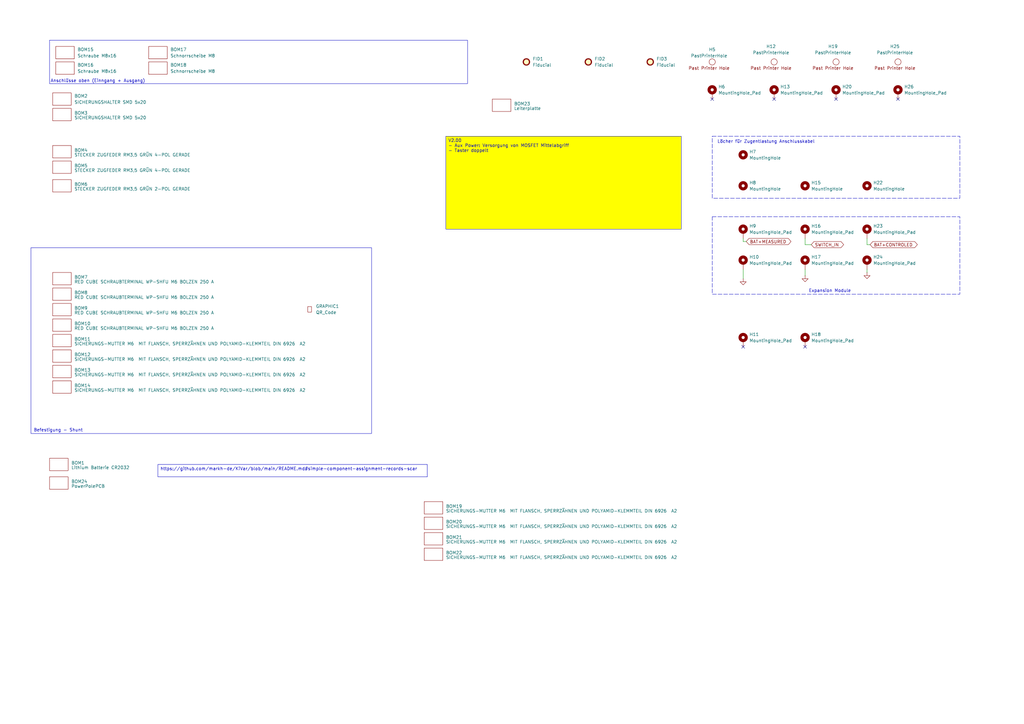
<source format=kicad_sch>
(kicad_sch
	(version 20250114)
	(generator "eeschema")
	(generator_version "9.0")
	(uuid "d2a2d163-13e4-4f1d-aa3d-79667ae6d2fb")
	(paper "A3")
	(lib_symbols
		(symbol "Mechanical:Fiducial"
			(exclude_from_sim yes)
			(in_bom no)
			(on_board yes)
			(property "Reference" "FID"
				(at 0 5.08 0)
				(effects
					(font
						(size 1.27 1.27)
					)
				)
			)
			(property "Value" "Fiducial"
				(at 0 3.175 0)
				(effects
					(font
						(size 1.27 1.27)
					)
				)
			)
			(property "Footprint" ""
				(at 0 0 0)
				(effects
					(font
						(size 1.27 1.27)
					)
					(hide yes)
				)
			)
			(property "Datasheet" "~"
				(at 0 0 0)
				(effects
					(font
						(size 1.27 1.27)
					)
					(hide yes)
				)
			)
			(property "Description" "Fiducial Marker"
				(at 0 0 0)
				(effects
					(font
						(size 1.27 1.27)
					)
					(hide yes)
				)
			)
			(property "ki_keywords" "fiducial marker"
				(at 0 0 0)
				(effects
					(font
						(size 1.27 1.27)
					)
					(hide yes)
				)
			)
			(property "ki_fp_filters" "Fiducial*"
				(at 0 0 0)
				(effects
					(font
						(size 1.27 1.27)
					)
					(hide yes)
				)
			)
			(symbol "Fiducial_0_1"
				(circle
					(center 0 0)
					(radius 1.27)
					(stroke
						(width 0.508)
						(type default)
					)
					(fill
						(type background)
					)
				)
			)
			(embedded_fonts no)
		)
		(symbol "Mechanical:MountingHole"
			(pin_names
				(offset 1.016)
			)
			(exclude_from_sim no)
			(in_bom no)
			(on_board yes)
			(property "Reference" "H"
				(at 0 5.08 0)
				(effects
					(font
						(size 1.27 1.27)
					)
				)
			)
			(property "Value" "MountingHole"
				(at 0 3.175 0)
				(effects
					(font
						(size 1.27 1.27)
					)
				)
			)
			(property "Footprint" ""
				(at 0 0 0)
				(effects
					(font
						(size 1.27 1.27)
					)
					(hide yes)
				)
			)
			(property "Datasheet" "~"
				(at 0 0 0)
				(effects
					(font
						(size 1.27 1.27)
					)
					(hide yes)
				)
			)
			(property "Description" "Mounting Hole without connection"
				(at 0 0 0)
				(effects
					(font
						(size 1.27 1.27)
					)
					(hide yes)
				)
			)
			(property "ki_keywords" "mounting hole"
				(at 0 0 0)
				(effects
					(font
						(size 1.27 1.27)
					)
					(hide yes)
				)
			)
			(property "ki_fp_filters" "MountingHole*"
				(at 0 0 0)
				(effects
					(font
						(size 1.27 1.27)
					)
					(hide yes)
				)
			)
			(symbol "MountingHole_0_1"
				(circle
					(center 0 0)
					(radius 1.27)
					(stroke
						(width 1.27)
						(type default)
					)
					(fill
						(type none)
					)
				)
			)
			(embedded_fonts no)
		)
		(symbol "Mechanical:MountingHole_Pad"
			(pin_numbers
				(hide yes)
			)
			(pin_names
				(offset 1.016)
				(hide yes)
			)
			(exclude_from_sim yes)
			(in_bom no)
			(on_board yes)
			(property "Reference" "H"
				(at 0 6.35 0)
				(effects
					(font
						(size 1.27 1.27)
					)
				)
			)
			(property "Value" "MountingHole_Pad"
				(at 0 4.445 0)
				(effects
					(font
						(size 1.27 1.27)
					)
				)
			)
			(property "Footprint" ""
				(at 0 0 0)
				(effects
					(font
						(size 1.27 1.27)
					)
					(hide yes)
				)
			)
			(property "Datasheet" "~"
				(at 0 0 0)
				(effects
					(font
						(size 1.27 1.27)
					)
					(hide yes)
				)
			)
			(property "Description" "Mounting Hole with connection"
				(at 0 0 0)
				(effects
					(font
						(size 1.27 1.27)
					)
					(hide yes)
				)
			)
			(property "ki_keywords" "mounting hole"
				(at 0 0 0)
				(effects
					(font
						(size 1.27 1.27)
					)
					(hide yes)
				)
			)
			(property "ki_fp_filters" "MountingHole*Pad*"
				(at 0 0 0)
				(effects
					(font
						(size 1.27 1.27)
					)
					(hide yes)
				)
			)
			(symbol "MountingHole_Pad_0_1"
				(circle
					(center 0 1.27)
					(radius 1.27)
					(stroke
						(width 1.27)
						(type default)
					)
					(fill
						(type none)
					)
				)
			)
			(symbol "MountingHole_Pad_1_1"
				(pin input line
					(at 0 -2.54 90)
					(length 2.54)
					(name "1"
						(effects
							(font
								(size 1.27 1.27)
							)
						)
					)
					(number "1"
						(effects
							(font
								(size 1.27 1.27)
							)
						)
					)
				)
			)
			(embedded_fonts no)
		)
		(symbol "myBOM_Part:BOM-Part"
			(pin_numbers
				(hide yes)
			)
			(pin_names
				(offset 0)
				(hide yes)
			)
			(exclude_from_sim no)
			(in_bom yes)
			(on_board no)
			(property "Reference" "BOM"
				(at 0 0 0)
				(effects
					(font
						(size 1.27 1.27)
					)
				)
			)
			(property "Value" ""
				(at 0 0 0)
				(effects
					(font
						(size 1.27 1.27)
					)
				)
			)
			(property "Footprint" "myDummy:BOM-Dummy"
				(at 0 0 0)
				(effects
					(font
						(size 1.27 1.27)
					)
					(hide yes)
				)
			)
			(property "Datasheet" ""
				(at 0 0 0)
				(effects
					(font
						(size 1.27 1.27)
					)
					(hide yes)
				)
			)
			(property "Description" ""
				(at 0 0 0)
				(effects
					(font
						(size 1.27 1.27)
					)
					(hide yes)
				)
			)
			(symbol "BOM-Part_0_1"
				(rectangle
					(start -3.81 2.54)
					(end 3.81 -2.54)
					(stroke
						(width 0)
						(type default)
					)
					(fill
						(type none)
					)
				)
			)
			(embedded_fonts no)
		)
		(symbol "myMounting:mounting_past_printer"
			(exclude_from_sim no)
			(in_bom no)
			(on_board yes)
			(property "Reference" "H"
				(at 0 0 0)
				(effects
					(font
						(size 1.27 1.27)
					)
				)
			)
			(property "Value" ""
				(at 0 0 0)
				(effects
					(font
						(size 1.27 1.27)
					)
				)
			)
			(property "Footprint" "myHoles:printer_mounting_holes_1mm"
				(at 0 0 0)
				(effects
					(font
						(size 1.27 1.27)
					)
					(hide yes)
				)
			)
			(property "Datasheet" ""
				(at 0 0 0)
				(effects
					(font
						(size 1.27 1.27)
					)
					(hide yes)
				)
			)
			(property "Description" ""
				(at 0 0 0)
				(effects
					(font
						(size 1.27 1.27)
					)
					(hide yes)
				)
			)
			(symbol "mounting_past_printer_0_1"
				(circle
					(center 0 0)
					(radius 1.27)
					(stroke
						(width 0)
						(type default)
					)
					(fill
						(type none)
					)
				)
			)
			(symbol "mounting_past_printer_1_1"
				(text "Past Printer Hole\n"
					(at -1.27 -2.54 0)
					(effects
						(font
							(size 1.27 1.27)
						)
					)
				)
			)
			(embedded_fonts no)
		)
		(symbol "myUserSymbol:qrcode"
			(exclude_from_sim no)
			(in_bom yes)
			(on_board yes)
			(property "Reference" "GRAPHIC"
				(at 5.08 1.016 0)
				(effects
					(font
						(size 1.27 1.27)
					)
				)
			)
			(property "Value" "QR_Code"
				(at 5.08 -0.762 0)
				(effects
					(font
						(size 1.27 1.27)
					)
				)
			)
			(property "Footprint" "myQR:qr_PowerPro"
				(at 0 0 0)
				(effects
					(font
						(size 1.27 1.27)
					)
					(hide yes)
				)
			)
			(property "Datasheet" ""
				(at 0 0 0)
				(effects
					(font
						(size 1.27 1.27)
					)
					(hide yes)
				)
			)
			(property "Description" ""
				(at 0 0 0)
				(effects
					(font
						(size 1.27 1.27)
					)
					(hide yes)
				)
			)
			(symbol "qrcode_0_1"
				(rectangle
					(start -0.762 1.27)
					(end 0.762 -1.016)
					(stroke
						(width 0)
						(type default)
					)
					(fill
						(type none)
					)
				)
			)
			(embedded_fonts no)
		)
		(symbol "power:GND"
			(power)
			(pin_numbers
				(hide yes)
			)
			(pin_names
				(offset 0)
				(hide yes)
			)
			(exclude_from_sim no)
			(in_bom yes)
			(on_board yes)
			(property "Reference" "#PWR"
				(at 0 -6.35 0)
				(effects
					(font
						(size 1.27 1.27)
					)
					(hide yes)
				)
			)
			(property "Value" "GND"
				(at 0 -3.81 0)
				(effects
					(font
						(size 1.27 1.27)
					)
				)
			)
			(property "Footprint" ""
				(at 0 0 0)
				(effects
					(font
						(size 1.27 1.27)
					)
					(hide yes)
				)
			)
			(property "Datasheet" ""
				(at 0 0 0)
				(effects
					(font
						(size 1.27 1.27)
					)
					(hide yes)
				)
			)
			(property "Description" "Power symbol creates a global label with name \"GND\" , ground"
				(at 0 0 0)
				(effects
					(font
						(size 1.27 1.27)
					)
					(hide yes)
				)
			)
			(property "ki_keywords" "global power"
				(at 0 0 0)
				(effects
					(font
						(size 1.27 1.27)
					)
					(hide yes)
				)
			)
			(symbol "GND_0_1"
				(polyline
					(pts
						(xy 0 0) (xy 0 -1.27) (xy 1.27 -1.27) (xy 0 -2.54) (xy -1.27 -1.27) (xy 0 -1.27)
					)
					(stroke
						(width 0)
						(type default)
					)
					(fill
						(type none)
					)
				)
			)
			(symbol "GND_1_1"
				(pin power_in line
					(at 0 0 270)
					(length 0)
					(name "~"
						(effects
							(font
								(size 1.27 1.27)
							)
						)
					)
					(number "1"
						(effects
							(font
								(size 1.27 1.27)
							)
						)
					)
				)
			)
			(embedded_fonts no)
		)
	)
	(rectangle
		(start 292.1 55.88)
		(end 393.7 81.28)
		(stroke
			(width 0)
			(type dash)
		)
		(fill
			(type none)
		)
		(uuid 298f8eb6-6a31-433a-9814-9f8ceb17b837)
	)
	(rectangle
		(start 292.1 88.9)
		(end 393.7 120.65)
		(stroke
			(width 0)
			(type dash)
		)
		(fill
			(type none)
		)
		(uuid 439703d5-96a0-4221-8716-af461b4479f9)
	)
	(rectangle
		(start 12.7 101.6)
		(end 152.4 177.8)
		(stroke
			(width 0)
			(type default)
		)
		(fill
			(type none)
		)
		(uuid 759ef55f-1cf6-4141-b681-11e508af138b)
	)
	(rectangle
		(start 20.32 16.51)
		(end 191.77 34.29)
		(stroke
			(width 0)
			(type default)
		)
		(fill
			(type none)
		)
		(uuid fc85b1f5-b704-44aa-ac88-bfb83efce987)
	)
	(text "Expansion Module"
		(exclude_from_sim no)
		(at 340.36 119.38 0)
		(effects
			(font
				(size 1.27 1.27)
			)
		)
		(uuid "04ecad34-d655-4c5c-b20a-c069913c0bd9")
	)
	(text "Löcher für Zugentlastung Anschlusskabel"
		(exclude_from_sim no)
		(at 314.198 58.166 0)
		(effects
			(font
				(size 1.27 1.27)
			)
		)
		(uuid "1d1d1e62-d8e8-4df1-8113-d79cf1facceb")
	)
	(text "Anschlüsse oben (Einngang + Ausgang)"
		(exclude_from_sim no)
		(at 40.132 33.274 0)
		(effects
			(font
				(size 1.27 1.27)
			)
		)
		(uuid "5ff5222f-0537-4772-bcaa-0bb650dd5d4b")
	)
	(text "Befestigung - Shunt"
		(exclude_from_sim no)
		(at 23.876 176.53 0)
		(effects
			(font
				(size 1.27 1.27)
			)
		)
		(uuid "885e52a6-0729-49a2-8548-f19c78116c17")
	)
	(text_box "V2.00\n- Aux Power: Versorgung von MOSFET Mittelabgriff\n- Taster doppelt\n"
		(exclude_from_sim no)
		(at 182.88 55.88 0)
		(size 96.52 38.1)
		(margins 0.9525 0.9525 0.9525 0.9525)
		(stroke
			(width 0)
			(type solid)
		)
		(fill
			(type color)
			(color 255 255 0 1)
		)
		(effects
			(font
				(size 1.27 1.27)
			)
			(justify left top)
		)
		(uuid "24112d1c-5aa9-49ef-988a-13f18db7bec7")
	)
	(text_box "https://github.com/markh-de/KiVar/blob/main/README.md#simple-component-assignment-records-scar"
		(exclude_from_sim no)
		(at 64.77 190.5 0)
		(size 110.49 5.08)
		(margins 0.9525 0.9525 0.9525 0.9525)
		(stroke
			(width 0)
			(type solid)
		)
		(fill
			(type none)
		)
		(effects
			(font
				(size 1.27 1.27)
			)
			(justify left top)
		)
		(uuid "bc9d1e96-57a4-4f41-a021-c3925ca2178d")
	)
	(no_connect
		(at 317.5 40.64)
		(uuid "117571a9-6db0-414e-9ca8-b060f2ca65f3")
	)
	(no_connect
		(at 330.2 142.24)
		(uuid "3f9eb071-1071-447f-a0d2-40b907efaaaa")
	)
	(no_connect
		(at 304.8 142.24)
		(uuid "73be37cc-abdc-463d-83e4-d3578cdb1737")
	)
	(no_connect
		(at 342.9 40.64)
		(uuid "99058c05-467f-4069-a2f9-3d495bac901b")
	)
	(no_connect
		(at 292.1 40.64)
		(uuid "bc31fe6a-7bcb-4aa9-a835-13c2ac0e5841")
	)
	(no_connect
		(at 368.3 40.64)
		(uuid "c59c54e2-b90e-4ae5-be05-494dfaf74854")
	)
	(wire
		(pts
			(xy 330.2 100.33) (xy 332.74 100.33)
		)
		(stroke
			(width 0)
			(type default)
		)
		(uuid "081b691b-ba22-4b08-9f96-b06f841ad2bf")
	)
	(wire
		(pts
			(xy 304.8 110.49) (xy 304.8 114.3)
		)
		(stroke
			(width 0)
			(type default)
		)
		(uuid "09f89601-6af1-47be-8658-218ece31dfc1")
	)
	(wire
		(pts
			(xy 304.8 99.06) (xy 306.07 99.06)
		)
		(stroke
			(width 0)
			(type default)
		)
		(uuid "2fd6f949-807e-4c79-9b7c-f0cf3a854b22")
	)
	(wire
		(pts
			(xy 355.6 97.79) (xy 355.6 100.33)
		)
		(stroke
			(width 0)
			(type default)
		)
		(uuid "53dbe2e7-c4e3-41cd-b60d-fba210533a5d")
	)
	(wire
		(pts
			(xy 304.8 97.79) (xy 304.8 99.06)
		)
		(stroke
			(width 0)
			(type default)
		)
		(uuid "58f6d539-5cec-4c5a-a8e9-197ef322413b")
	)
	(wire
		(pts
			(xy 330.2 110.49) (xy 330.2 113.03)
		)
		(stroke
			(width 0)
			(type default)
		)
		(uuid "5c34ae3c-d4c0-48f8-a0bc-d905a0b9e081")
	)
	(wire
		(pts
			(xy 355.6 100.33) (xy 356.87 100.33)
		)
		(stroke
			(width 0)
			(type default)
		)
		(uuid "6b1f1411-4afd-46fb-9167-112d931775f0")
	)
	(wire
		(pts
			(xy 355.6 110.49) (xy 355.6 111.76)
		)
		(stroke
			(width 0)
			(type default)
		)
		(uuid "9c8f581d-90d3-4541-a79d-311bf99038a9")
	)
	(wire
		(pts
			(xy 330.2 97.79) (xy 330.2 100.33)
		)
		(stroke
			(width 0)
			(type default)
		)
		(uuid "d2e9674b-3214-42fe-91fe-eff4b1c6b520")
	)
	(global_label "SWITCH_IN"
		(shape bidirectional)
		(at 332.74 100.33 0)
		(fields_autoplaced yes)
		(effects
			(font
				(size 1.27 1.27)
			)
			(justify left)
		)
		(uuid "364e17f5-6332-4129-b9f0-e0a278dcdc5d")
		(property "Intersheetrefs" "${INTERSHEET_REFS}"
			(at 346.5732 100.33 0)
			(effects
				(font
					(size 1.27 1.27)
				)
				(justify left)
				(hide yes)
			)
		)
	)
	(global_label "BAT+MEASURED"
		(shape bidirectional)
		(at 306.07 99.06 0)
		(fields_autoplaced yes)
		(effects
			(font
				(size 1.27 1.27)
			)
			(justify left)
		)
		(uuid "89d66515-74f1-4b91-907e-d0d181ef9125")
		(property "Intersheetrefs" "${INTERSHEET_REFS}"
			(at 324.9831 99.06 0)
			(effects
				(font
					(size 1.27 1.27)
				)
				(justify left)
				(hide yes)
			)
		)
	)
	(global_label "BAT+CONTROLED"
		(shape bidirectional)
		(at 356.87 100.33 0)
		(fields_autoplaced yes)
		(effects
			(font
				(size 1.27 1.27)
			)
			(justify left)
		)
		(uuid "b310afb4-edca-425b-a3ae-3997656d490e")
		(property "Intersheetrefs" "${INTERSHEET_REFS}"
			(at 376.8113 100.33 0)
			(effects
				(font
					(size 1.27 1.27)
				)
				(justify left)
				(hide yes)
			)
		)
	)
	(symbol
		(lib_id "myBOM_Part:BOM-Part")
		(at 25.4 146.05 0)
		(unit 1)
		(exclude_from_sim no)
		(in_bom yes)
		(on_board yes)
		(dnp no)
		(fields_autoplaced yes)
		(uuid "13be8445-2381-4989-b0c8-cb0b27a90645")
		(property "Reference" "BOM12"
			(at 30.48 145.4149 0)
			(effects
				(font
					(size 1.27 1.27)
				)
				(justify left)
			)
		)
		(property "Value" "SICHERUNGS-MUTTER M6  MIT FLANSCH, SPERRZÄHNEN UND POLYAMID-KLEMMTEIL DIN 6926  A2"
			(at 30.48 147.32 0)
			(effects
				(font
					(size 1.27 1.27)
				)
				(justify left)
			)
		)
		(property "Footprint" "myBOM:BOM_PART_2x2mm"
			(at 25.4 146.05 0)
			(effects
				(font
					(size 1.27 1.27)
				)
				(hide yes)
			)
		)
		(property "Datasheet" ""
			(at 25.4 146.05 0)
			(effects
				(font
					(size 1.27 1.27)
				)
				(hide yes)
			)
		)
		(property "Description" "SICHERUNGS-MUTTER M6  MIT FLANSCH, SPERRZÄHNEN UND POLYAMID-KLEMMTEIL DIN 6926  A2"
			(at 25.4 146.05 0)
			(effects
				(font
					(size 1.27 1.27)
				)
				(hide yes)
			)
		)
		(property "ECS Art#" "M601"
			(at 25.4 146.05 0)
			(effects
				(font
					(size 1.27 1.27)
				)
				(hide yes)
			)
		)
		(property "HAN" "UNBEKANNT/VERSCHIEDENE"
			(at 25.4 146.05 0)
			(effects
				(font
					(size 1.27 1.27)
				)
				(hide yes)
			)
		)
		(property "Voltage" ""
			(at 25.4 146.05 0)
			(effects
				(font
					(size 1.27 1.27)
				)
				(hide yes)
			)
		)
		(property "Toleranz" ""
			(at 25.4 146.05 0)
			(effects
				(font
					(size 1.27 1.27)
				)
				(hide yes)
			)
		)
		(property "Hersteller" "UNBEKANNT/VERSCHIEDENE"
			(at 25.4 146.05 0)
			(effects
				(font
					(size 1.27 1.27)
				)
				(hide yes)
			)
		)
		(instances
			(project ""
				(path "/bf1f8167-8e29-49cc-a467-dd9cc2c77246/4875905e-d35e-4049-a6aa-c7869d81fd32"
					(reference "BOM12")
					(unit 1)
				)
			)
		)
	)
	(symbol
		(lib_id "myMounting:mounting_past_printer")
		(at 317.5 25.4 0)
		(unit 1)
		(exclude_from_sim no)
		(in_bom no)
		(on_board yes)
		(dnp no)
		(fields_autoplaced yes)
		(uuid "1b20e053-c0cc-4634-bd3b-f1cb5663f516")
		(property "Reference" "H12"
			(at 316.23 19.05 0)
			(effects
				(font
					(size 1.27 1.27)
				)
			)
		)
		(property "Value" "PastPrinterHole"
			(at 316.23 21.59 0)
			(effects
				(font
					(size 1.27 1.27)
				)
			)
		)
		(property "Footprint" "myHoles:printer_mounting_holes_1mm"
			(at 317.5 25.4 0)
			(effects
				(font
					(size 1.27 1.27)
				)
				(hide yes)
			)
		)
		(property "Datasheet" ""
			(at 317.5 25.4 0)
			(effects
				(font
					(size 1.27 1.27)
				)
				(hide yes)
			)
		)
		(property "Description" "Past Printer Hole"
			(at 317.5 25.4 0)
			(effects
				(font
					(size 1.27 1.27)
				)
				(hide yes)
			)
		)
		(property "Sim.Device" ""
			(at 317.5 25.4 0)
			(effects
				(font
					(size 1.27 1.27)
				)
				(hide yes)
			)
		)
		(property "Sim.Pins" ""
			(at 317.5 25.4 0)
			(effects
				(font
					(size 1.27 1.27)
				)
				(hide yes)
			)
		)
		(property "ECS Art#" "---"
			(at 317.5 25.4 0)
			(effects
				(font
					(size 1.27 1.27)
				)
				(hide yes)
			)
		)
		(property "HAN" "---"
			(at 317.5 25.4 0)
			(effects
				(font
					(size 1.27 1.27)
				)
				(hide yes)
			)
		)
		(property "Hersteller" "---"
			(at 317.5 25.4 0)
			(effects
				(font
					(size 1.27 1.27)
				)
				(hide yes)
			)
		)
		(instances
			(project "smartPro"
				(path "/bf1f8167-8e29-49cc-a467-dd9cc2c77246/4875905e-d35e-4049-a6aa-c7869d81fd32"
					(reference "H12")
					(unit 1)
				)
			)
		)
	)
	(symbol
		(lib_id "myBOM_Part:BOM-Part")
		(at 25.4 127 0)
		(unit 1)
		(exclude_from_sim no)
		(in_bom yes)
		(on_board yes)
		(dnp no)
		(fields_autoplaced yes)
		(uuid "1b6df1ec-0485-4b7d-a5ee-514894bd27bb")
		(property "Reference" "BOM9"
			(at 30.48 126.3649 0)
			(effects
				(font
					(size 1.27 1.27)
				)
				(justify left)
			)
		)
		(property "Value" "RED CUBE SCHRAUBTERMINAL WP-SHFU M6 BOLZEN 250 A"
			(at 30.48 128.27 0)
			(effects
				(font
					(size 1.27 1.27)
				)
				(justify left)
			)
		)
		(property "Footprint" "myBOM:BOM_PART_2x2mm"
			(at 25.4 127 0)
			(effects
				(font
					(size 1.27 1.27)
				)
				(hide yes)
			)
		)
		(property "Datasheet" "https://www.we-online.com/components/products/datasheet/7461098.pdf"
			(at 25.4 127 0)
			(effects
				(font
					(size 1.27 1.27)
				)
				(hide yes)
			)
		)
		(property "Description" "RED CUBE SCHRAUBTERMINAL WP-SHFU M6 BOLZEN 250 A"
			(at 25.4 127 0)
			(effects
				(font
					(size 1.27 1.27)
				)
				(hide yes)
			)
		)
		(property "ECS Art#" "CON521"
			(at 25.4 127 0)
			(effects
				(font
					(size 1.27 1.27)
				)
				(hide yes)
			)
		)
		(property "HAN" "7461098"
			(at 25.4 127 0)
			(effects
				(font
					(size 1.27 1.27)
				)
				(hide yes)
			)
		)
		(property "Voltage" ""
			(at 25.4 127 0)
			(effects
				(font
					(size 1.27 1.27)
				)
				(hide yes)
			)
		)
		(property "Toleranz" ""
			(at 25.4 127 0)
			(effects
				(font
					(size 1.27 1.27)
				)
				(hide yes)
			)
		)
		(property "Hersteller" "Würth"
			(at 25.4 127 0)
			(effects
				(font
					(size 1.27 1.27)
				)
				(hide yes)
			)
		)
		(instances
			(project ""
				(path "/bf1f8167-8e29-49cc-a467-dd9cc2c77246/4875905e-d35e-4049-a6aa-c7869d81fd32"
					(reference "BOM9")
					(unit 1)
				)
			)
		)
	)
	(symbol
		(lib_id "Mechanical:MountingHole")
		(at 304.8 63.5 0)
		(unit 1)
		(exclude_from_sim no)
		(in_bom no)
		(on_board yes)
		(dnp no)
		(fields_autoplaced yes)
		(uuid "1bf8f243-c206-4d29-897f-c426a293a872")
		(property "Reference" "H7"
			(at 307.34 62.2299 0)
			(effects
				(font
					(size 1.27 1.27)
				)
				(justify left)
			)
		)
		(property "Value" "MountingHole"
			(at 307.34 64.7699 0)
			(effects
				(font
					(size 1.27 1.27)
				)
				(justify left)
			)
		)
		(property "Footprint" "MountingHole:MountingHole_6mm"
			(at 304.8 63.5 0)
			(effects
				(font
					(size 1.27 1.27)
				)
				(hide yes)
			)
		)
		(property "Datasheet" "~"
			(at 304.8 63.5 0)
			(effects
				(font
					(size 1.27 1.27)
				)
				(hide yes)
			)
		)
		(property "Description" "Mounting Hole without connection"
			(at 304.8 63.5 0)
			(effects
				(font
					(size 1.27 1.27)
				)
				(hide yes)
			)
		)
		(instances
			(project ""
				(path "/bf1f8167-8e29-49cc-a467-dd9cc2c77246/4875905e-d35e-4049-a6aa-c7869d81fd32"
					(reference "H7")
					(unit 1)
				)
			)
		)
	)
	(symbol
		(lib_id "Mechanical:MountingHole_Pad")
		(at 355.6 107.95 0)
		(unit 1)
		(exclude_from_sim yes)
		(in_bom no)
		(on_board yes)
		(dnp no)
		(fields_autoplaced yes)
		(uuid "2502056f-8c4a-4ddd-993b-3ef96ce9a768")
		(property "Reference" "H24"
			(at 358.14 105.4099 0)
			(effects
				(font
					(size 1.27 1.27)
				)
				(justify left)
			)
		)
		(property "Value" "MountingHole_Pad"
			(at 358.14 107.9499 0)
			(effects
				(font
					(size 1.27 1.27)
				)
				(justify left)
			)
		)
		(property "Footprint" "MountingHole:MountingHole_3.2mm_M3_DIN965_Pad"
			(at 355.6 107.95 0)
			(effects
				(font
					(size 1.27 1.27)
				)
				(hide yes)
			)
		)
		(property "Datasheet" "~"
			(at 355.6 107.95 0)
			(effects
				(font
					(size 1.27 1.27)
				)
				(hide yes)
			)
		)
		(property "Description" "Mounting Hole with connection"
			(at 355.6 107.95 0)
			(effects
				(font
					(size 1.27 1.27)
				)
				(hide yes)
			)
		)
		(pin "1"
			(uuid "1a697412-6802-46b7-a856-bf87d1961048")
		)
		(instances
			(project ""
				(path "/bf1f8167-8e29-49cc-a467-dd9cc2c77246/4875905e-d35e-4049-a6aa-c7869d81fd32"
					(reference "H24")
					(unit 1)
				)
			)
		)
	)
	(symbol
		(lib_id "myBOM_Part:BOM-Part")
		(at 177.8 227.33 0)
		(unit 1)
		(exclude_from_sim no)
		(in_bom yes)
		(on_board yes)
		(dnp no)
		(fields_autoplaced yes)
		(uuid "2a14a79f-b15b-4981-b6b1-db220f193080")
		(property "Reference" "BOM22"
			(at 182.88 226.6949 0)
			(effects
				(font
					(size 1.27 1.27)
				)
				(justify left)
			)
		)
		(property "Value" "SICHERUNGS-MUTTER M6  MIT FLANSCH, SPERRZÄHNEN UND POLYAMID-KLEMMTEIL DIN 6926  A2"
			(at 182.88 228.6 0)
			(effects
				(font
					(size 1.27 1.27)
				)
				(justify left)
			)
		)
		(property "Footprint" "myBOM:BOM_PART_2x2mm"
			(at 177.8 227.33 0)
			(effects
				(font
					(size 1.27 1.27)
				)
				(hide yes)
			)
		)
		(property "Datasheet" ""
			(at 177.8 227.33 0)
			(effects
				(font
					(size 1.27 1.27)
				)
				(hide yes)
			)
		)
		(property "Description" "SICHERUNGS-MUTTER M6  MIT FLANSCH, SPERRZÄHNEN UND POLYAMID-KLEMMTEIL DIN 6926  A2"
			(at 177.8 227.33 0)
			(effects
				(font
					(size 1.27 1.27)
				)
				(hide yes)
			)
		)
		(property "ECS Art#" "M601"
			(at 177.8 227.33 0)
			(effects
				(font
					(size 1.27 1.27)
				)
				(hide yes)
			)
		)
		(property "HAN" "UNBEKANNT/VERSCHIEDENE"
			(at 177.8 227.33 0)
			(effects
				(font
					(size 1.27 1.27)
				)
				(hide yes)
			)
		)
		(property "Voltage" ""
			(at 177.8 227.33 0)
			(effects
				(font
					(size 1.27 1.27)
				)
				(hide yes)
			)
		)
		(property "Toleranz" ""
			(at 177.8 227.33 0)
			(effects
				(font
					(size 1.27 1.27)
				)
				(hide yes)
			)
		)
		(property "Hersteller" "UNBEKANNT/VERSCHIEDENE"
			(at 177.8 227.33 0)
			(effects
				(font
					(size 1.27 1.27)
				)
				(hide yes)
			)
		)
		(instances
			(project ""
				(path "/bf1f8167-8e29-49cc-a467-dd9cc2c77246/4875905e-d35e-4049-a6aa-c7869d81fd32"
					(reference "BOM22")
					(unit 1)
				)
			)
		)
	)
	(symbol
		(lib_id "Mechanical:MountingHole_Pad")
		(at 292.1 38.1 0)
		(unit 1)
		(exclude_from_sim yes)
		(in_bom no)
		(on_board yes)
		(dnp no)
		(uuid "2c6052f4-9c11-4a37-a5fc-7bce997cb92b")
		(property "Reference" "H6"
			(at 294.64 35.5599 0)
			(effects
				(font
					(size 1.27 1.27)
				)
				(justify left)
			)
		)
		(property "Value" "MountingHole_Pad"
			(at 294.64 38.0999 0)
			(effects
				(font
					(size 1.27 1.27)
				)
				(justify left)
			)
		)
		(property "Footprint" "MountingHole:MountingHole_2.2mm_M2_DIN965_Pad"
			(at 292.1 38.1 0)
			(effects
				(font
					(size 1.27 1.27)
				)
				(hide yes)
			)
		)
		(property "Datasheet" "~"
			(at 292.1 38.1 0)
			(effects
				(font
					(size 1.27 1.27)
				)
				(hide yes)
			)
		)
		(property "Description" "Mounting Hole with connection"
			(at 292.1 38.1 0)
			(effects
				(font
					(size 1.27 1.27)
				)
				(hide yes)
			)
		)
		(property "Sim.Device" ""
			(at 292.1 38.1 0)
			(effects
				(font
					(size 1.27 1.27)
				)
				(hide yes)
			)
		)
		(property "Sim.Pins" ""
			(at 292.1 38.1 0)
			(effects
				(font
					(size 1.27 1.27)
				)
				(hide yes)
			)
		)
		(property "ECS Art#" "---"
			(at 292.1 38.1 0)
			(effects
				(font
					(size 1.27 1.27)
				)
				(hide yes)
			)
		)
		(property "HAN" "---"
			(at 292.1 38.1 0)
			(effects
				(font
					(size 1.27 1.27)
				)
				(hide yes)
			)
		)
		(property "Hersteller" "---"
			(at 292.1 38.1 0)
			(effects
				(font
					(size 1.27 1.27)
				)
				(hide yes)
			)
		)
		(pin "1"
			(uuid "48a982f8-8b1a-4fe0-b8fd-ba3ec310ad76")
		)
		(instances
			(project "smartPro"
				(path "/bf1f8167-8e29-49cc-a467-dd9cc2c77246/4875905e-d35e-4049-a6aa-c7869d81fd32"
					(reference "H6")
					(unit 1)
				)
			)
		)
	)
	(symbol
		(lib_id "power:GND")
		(at 355.6 111.76 0)
		(unit 1)
		(exclude_from_sim no)
		(in_bom yes)
		(on_board yes)
		(dnp no)
		(fields_autoplaced yes)
		(uuid "2e145680-fd29-46b3-8308-ad8e89387c5f")
		(property "Reference" "#PWR0336"
			(at 355.6 118.11 0)
			(effects
				(font
					(size 1.27 1.27)
				)
				(hide yes)
			)
		)
		(property "Value" "GND"
			(at 355.6 116.84 0)
			(effects
				(font
					(size 1.27 1.27)
				)
				(hide yes)
			)
		)
		(property "Footprint" ""
			(at 355.6 111.76 0)
			(effects
				(font
					(size 1.27 1.27)
				)
				(hide yes)
			)
		)
		(property "Datasheet" ""
			(at 355.6 111.76 0)
			(effects
				(font
					(size 1.27 1.27)
				)
				(hide yes)
			)
		)
		(property "Description" "Power symbol creates a global label with name \"GND\" , ground"
			(at 355.6 111.76 0)
			(effects
				(font
					(size 1.27 1.27)
				)
				(hide yes)
			)
		)
		(pin "1"
			(uuid "19d3b3b0-b5e7-4861-adf8-f1453bcafe45")
		)
		(instances
			(project ""
				(path "/bf1f8167-8e29-49cc-a467-dd9cc2c77246/4875905e-d35e-4049-a6aa-c7869d81fd32"
					(reference "#PWR0336")
					(unit 1)
				)
			)
		)
	)
	(symbol
		(lib_id "myBOM_Part:BOM-Part")
		(at 177.8 220.98 0)
		(unit 1)
		(exclude_from_sim no)
		(in_bom yes)
		(on_board yes)
		(dnp no)
		(fields_autoplaced yes)
		(uuid "2ff67a74-e4b4-4e20-ba8c-99282f2a2b30")
		(property "Reference" "BOM21"
			(at 182.88 220.3449 0)
			(effects
				(font
					(size 1.27 1.27)
				)
				(justify left)
			)
		)
		(property "Value" "SICHERUNGS-MUTTER M6  MIT FLANSCH, SPERRZÄHNEN UND POLYAMID-KLEMMTEIL DIN 6926  A2"
			(at 182.88 222.25 0)
			(effects
				(font
					(size 1.27 1.27)
				)
				(justify left)
			)
		)
		(property "Footprint" "myBOM:BOM_PART_2x2mm"
			(at 177.8 220.98 0)
			(effects
				(font
					(size 1.27 1.27)
				)
				(hide yes)
			)
		)
		(property "Datasheet" ""
			(at 177.8 220.98 0)
			(effects
				(font
					(size 1.27 1.27)
				)
				(hide yes)
			)
		)
		(property "Description" "SICHERUNGS-MUTTER M6  MIT FLANSCH, SPERRZÄHNEN UND POLYAMID-KLEMMTEIL DIN 6926  A2"
			(at 177.8 220.98 0)
			(effects
				(font
					(size 1.27 1.27)
				)
				(hide yes)
			)
		)
		(property "ECS Art#" "M601"
			(at 177.8 220.98 0)
			(effects
				(font
					(size 1.27 1.27)
				)
				(hide yes)
			)
		)
		(property "HAN" "UNBEKANNT/VERSCHIEDENE"
			(at 177.8 220.98 0)
			(effects
				(font
					(size 1.27 1.27)
				)
				(hide yes)
			)
		)
		(property "Voltage" ""
			(at 177.8 220.98 0)
			(effects
				(font
					(size 1.27 1.27)
				)
				(hide yes)
			)
		)
		(property "Toleranz" ""
			(at 177.8 220.98 0)
			(effects
				(font
					(size 1.27 1.27)
				)
				(hide yes)
			)
		)
		(property "Hersteller" "UNBEKANNT/VERSCHIEDENE"
			(at 177.8 220.98 0)
			(effects
				(font
					(size 1.27 1.27)
				)
				(hide yes)
			)
		)
		(instances
			(project ""
				(path "/bf1f8167-8e29-49cc-a467-dd9cc2c77246/4875905e-d35e-4049-a6aa-c7869d81fd32"
					(reference "BOM21")
					(unit 1)
				)
			)
		)
	)
	(symbol
		(lib_id "myBOM_Part:BOM-Part")
		(at 64.77 21.59 0)
		(unit 1)
		(exclude_from_sim no)
		(in_bom yes)
		(on_board yes)
		(dnp no)
		(fields_autoplaced yes)
		(uuid "32477daf-5902-4d7c-bccf-cfd7a440cadd")
		(property "Reference" "BOM17"
			(at 69.85 20.3199 0)
			(effects
				(font
					(size 1.27 1.27)
				)
				(justify left)
			)
		)
		(property "Value" "Schnorrscheibe M8"
			(at 69.85 22.8599 0)
			(effects
				(font
					(size 1.27 1.27)
				)
				(justify left)
			)
		)
		(property "Footprint" "myBOM:BOM_PART_2x2mm"
			(at 64.77 21.59 0)
			(effects
				(font
					(size 1.27 1.27)
				)
				(hide yes)
			)
		)
		(property "Datasheet" ""
			(at 64.77 21.59 0)
			(effects
				(font
					(size 1.27 1.27)
				)
				(hide yes)
			)
		)
		(property "Description" "SCHNORR SICHERUNGSSCHEIBEN FORM S (Standard) S8 A2"
			(at 64.77 21.59 0)
			(effects
				(font
					(size 1.27 1.27)
				)
				(hide yes)
			)
		)
		(property "HAN" "422 700"
			(at 64.77 21.59 0)
			(effects
				(font
					(size 1.27 1.27)
				)
				(hide yes)
			)
		)
		(property "ECS Art#" "M415"
			(at 64.77 21.59 0)
			(effects
				(font
					(size 1.27 1.27)
				)
				(hide yes)
			)
		)
		(property "Hersteller" "Schnorr"
			(at 64.77 21.59 0)
			(effects
				(font
					(size 1.27 1.27)
				)
				(hide yes)
			)
		)
		(instances
			(project ""
				(path "/bf1f8167-8e29-49cc-a467-dd9cc2c77246/4875905e-d35e-4049-a6aa-c7869d81fd32"
					(reference "BOM17")
					(unit 1)
				)
			)
		)
	)
	(symbol
		(lib_id "myBOM_Part:BOM-Part")
		(at 25.4 133.35 0)
		(unit 1)
		(exclude_from_sim no)
		(in_bom yes)
		(on_board yes)
		(dnp no)
		(fields_autoplaced yes)
		(uuid "33ba4f5c-fa84-45f2-bf01-aade6a0ebfe8")
		(property "Reference" "BOM10"
			(at 30.48 132.7149 0)
			(effects
				(font
					(size 1.27 1.27)
				)
				(justify left)
			)
		)
		(property "Value" "RED CUBE SCHRAUBTERMINAL WP-SHFU M6 BOLZEN 250 A"
			(at 30.48 134.62 0)
			(effects
				(font
					(size 1.27 1.27)
				)
				(justify left)
			)
		)
		(property "Footprint" "myBOM:BOM_PART_2x2mm"
			(at 25.4 133.35 0)
			(effects
				(font
					(size 1.27 1.27)
				)
				(hide yes)
			)
		)
		(property "Datasheet" "https://www.we-online.com/components/products/datasheet/7461098.pdf"
			(at 25.4 133.35 0)
			(effects
				(font
					(size 1.27 1.27)
				)
				(hide yes)
			)
		)
		(property "Description" "RED CUBE SCHRAUBTERMINAL WP-SHFU M6 BOLZEN 250 A"
			(at 25.4 133.35 0)
			(effects
				(font
					(size 1.27 1.27)
				)
				(hide yes)
			)
		)
		(property "ECS Art#" "CON521"
			(at 25.4 133.35 0)
			(effects
				(font
					(size 1.27 1.27)
				)
				(hide yes)
			)
		)
		(property "HAN" "7461098"
			(at 25.4 133.35 0)
			(effects
				(font
					(size 1.27 1.27)
				)
				(hide yes)
			)
		)
		(property "Voltage" ""
			(at 25.4 133.35 0)
			(effects
				(font
					(size 1.27 1.27)
				)
				(hide yes)
			)
		)
		(property "Toleranz" ""
			(at 25.4 133.35 0)
			(effects
				(font
					(size 1.27 1.27)
				)
				(hide yes)
			)
		)
		(property "Hersteller" "Würth"
			(at 25.4 133.35 0)
			(effects
				(font
					(size 1.27 1.27)
				)
				(hide yes)
			)
		)
		(instances
			(project ""
				(path "/bf1f8167-8e29-49cc-a467-dd9cc2c77246/4875905e-d35e-4049-a6aa-c7869d81fd32"
					(reference "BOM10")
					(unit 1)
				)
			)
		)
	)
	(symbol
		(lib_id "myBOM_Part:BOM-Part")
		(at 25.4 152.4 0)
		(unit 1)
		(exclude_from_sim no)
		(in_bom yes)
		(on_board yes)
		(dnp no)
		(fields_autoplaced yes)
		(uuid "3637a873-b206-4c9f-88d8-36a15f8a28ad")
		(property "Reference" "BOM13"
			(at 30.48 151.7649 0)
			(effects
				(font
					(size 1.27 1.27)
				)
				(justify left)
			)
		)
		(property "Value" "SICHERUNGS-MUTTER M6  MIT FLANSCH, SPERRZÄHNEN UND POLYAMID-KLEMMTEIL DIN 6926  A2"
			(at 30.48 153.67 0)
			(effects
				(font
					(size 1.27 1.27)
				)
				(justify left)
			)
		)
		(property "Footprint" "myBOM:BOM_PART_2x2mm"
			(at 25.4 152.4 0)
			(effects
				(font
					(size 1.27 1.27)
				)
				(hide yes)
			)
		)
		(property "Datasheet" ""
			(at 25.4 152.4 0)
			(effects
				(font
					(size 1.27 1.27)
				)
				(hide yes)
			)
		)
		(property "Description" "SICHERUNGS-MUTTER M6  MIT FLANSCH, SPERRZÄHNEN UND POLYAMID-KLEMMTEIL DIN 6926  A2"
			(at 25.4 152.4 0)
			(effects
				(font
					(size 1.27 1.27)
				)
				(hide yes)
			)
		)
		(property "ECS Art#" "M601"
			(at 25.4 152.4 0)
			(effects
				(font
					(size 1.27 1.27)
				)
				(hide yes)
			)
		)
		(property "HAN" "UNBEKANNT/VERSCHIEDENE"
			(at 25.4 152.4 0)
			(effects
				(font
					(size 1.27 1.27)
				)
				(hide yes)
			)
		)
		(property "Voltage" ""
			(at 25.4 152.4 0)
			(effects
				(font
					(size 1.27 1.27)
				)
				(hide yes)
			)
		)
		(property "Toleranz" ""
			(at 25.4 152.4 0)
			(effects
				(font
					(size 1.27 1.27)
				)
				(hide yes)
			)
		)
		(property "Hersteller" "UNBEKANNT/VERSCHIEDENE"
			(at 25.4 152.4 0)
			(effects
				(font
					(size 1.27 1.27)
				)
				(hide yes)
			)
		)
		(instances
			(project ""
				(path "/bf1f8167-8e29-49cc-a467-dd9cc2c77246/4875905e-d35e-4049-a6aa-c7869d81fd32"
					(reference "BOM13")
					(unit 1)
				)
			)
		)
	)
	(symbol
		(lib_id "myBOM_Part:BOM-Part")
		(at 25.4 120.65 0)
		(unit 1)
		(exclude_from_sim no)
		(in_bom yes)
		(on_board yes)
		(dnp no)
		(fields_autoplaced yes)
		(uuid "3af4fbd4-d40e-452c-9e32-001077c1c6aa")
		(property "Reference" "BOM8"
			(at 30.48 120.0149 0)
			(effects
				(font
					(size 1.27 1.27)
				)
				(justify left)
			)
		)
		(property "Value" "RED CUBE SCHRAUBTERMINAL WP-SHFU M6 BOLZEN 250 A"
			(at 30.48 121.92 0)
			(effects
				(font
					(size 1.27 1.27)
				)
				(justify left)
			)
		)
		(property "Footprint" "myBOM:BOM_PART_2x2mm"
			(at 25.4 120.65 0)
			(effects
				(font
					(size 1.27 1.27)
				)
				(hide yes)
			)
		)
		(property "Datasheet" "https://www.we-online.com/components/products/datasheet/7461098.pdf"
			(at 25.4 120.65 0)
			(effects
				(font
					(size 1.27 1.27)
				)
				(hide yes)
			)
		)
		(property "Description" "RED CUBE SCHRAUBTERMINAL WP-SHFU M6 BOLZEN 250 A"
			(at 25.4 120.65 0)
			(effects
				(font
					(size 1.27 1.27)
				)
				(hide yes)
			)
		)
		(property "ECS Art#" "CON521"
			(at 25.4 120.65 0)
			(effects
				(font
					(size 1.27 1.27)
				)
				(hide yes)
			)
		)
		(property "HAN" "7461098"
			(at 25.4 120.65 0)
			(effects
				(font
					(size 1.27 1.27)
				)
				(hide yes)
			)
		)
		(property "Voltage" ""
			(at 25.4 120.65 0)
			(effects
				(font
					(size 1.27 1.27)
				)
				(hide yes)
			)
		)
		(property "Toleranz" ""
			(at 25.4 120.65 0)
			(effects
				(font
					(size 1.27 1.27)
				)
				(hide yes)
			)
		)
		(property "Hersteller" "Würth"
			(at 25.4 120.65 0)
			(effects
				(font
					(size 1.27 1.27)
				)
				(hide yes)
			)
		)
		(instances
			(project ""
				(path "/bf1f8167-8e29-49cc-a467-dd9cc2c77246/4875905e-d35e-4049-a6aa-c7869d81fd32"
					(reference "BOM8")
					(unit 1)
				)
			)
		)
	)
	(symbol
		(lib_id "myUserSymbol:qrcode")
		(at 127 127 0)
		(unit 1)
		(exclude_from_sim no)
		(in_bom no)
		(on_board yes)
		(dnp no)
		(fields_autoplaced yes)
		(uuid "3bd154cd-1a86-44b1-84d1-fd9215abcf7a")
		(property "Reference" "GRAPHIC1"
			(at 129.54 125.6029 0)
			(effects
				(font
					(size 1.27 1.27)
				)
				(justify left)
			)
		)
		(property "Value" "QR_Code"
			(at 129.54 128.1429 0)
			(effects
				(font
					(size 1.27 1.27)
				)
				(justify left)
			)
		)
		(property "Footprint" "myQR:qr_SmartPro209"
			(at 127 127 0)
			(effects
				(font
					(size 1.27 1.27)
				)
				(hide yes)
			)
		)
		(property "Datasheet" ""
			(at 127 127 0)
			(effects
				(font
					(size 1.27 1.27)
				)
				(hide yes)
			)
		)
		(property "Description" ""
			(at 127 127 0)
			(effects
				(font
					(size 1.27 1.27)
				)
				(hide yes)
			)
		)
		(property "ECS Art#" ""
			(at 127 127 0)
			(effects
				(font
					(size 1.27 1.27)
				)
				(hide yes)
			)
		)
		(property "HAN" ""
			(at 127 127 0)
			(effects
				(font
					(size 1.27 1.27)
				)
				(hide yes)
			)
		)
		(property "Voltage" ""
			(at 127 127 0)
			(effects
				(font
					(size 1.27 1.27)
				)
				(hide yes)
			)
		)
		(property "Toleranz" ""
			(at 127 127 0)
			(effects
				(font
					(size 1.27 1.27)
				)
				(hide yes)
			)
		)
		(property "Hersteller" ""
			(at 127 127 0)
			(effects
				(font
					(size 1.27 1.27)
				)
				(hide yes)
			)
		)
		(instances
			(project ""
				(path "/bf1f8167-8e29-49cc-a467-dd9cc2c77246/4875905e-d35e-4049-a6aa-c7869d81fd32"
					(reference "GRAPHIC1")
					(unit 1)
				)
			)
		)
	)
	(symbol
		(lib_id "myBOM_Part:BOM-Part")
		(at 26.67 21.59 0)
		(unit 1)
		(exclude_from_sim no)
		(in_bom yes)
		(on_board yes)
		(dnp no)
		(fields_autoplaced yes)
		(uuid "47456b90-a0d1-4f7b-b80f-8d04aaa02532")
		(property "Reference" "BOM15"
			(at 31.75 20.3199 0)
			(effects
				(font
					(size 1.27 1.27)
				)
				(justify left)
			)
		)
		(property "Value" "Schraube M8x16"
			(at 31.75 22.8599 0)
			(effects
				(font
					(size 1.27 1.27)
				)
				(justify left)
			)
		)
		(property "Footprint" "myBOM:BOM_PART_2x2mm"
			(at 26.67 21.59 0)
			(effects
				(font
					(size 1.27 1.27)
				)
				(hide yes)
			)
		)
		(property "Datasheet" ""
			(at 26.67 21.59 0)
			(effects
				(font
					(size 1.27 1.27)
				)
				(hide yes)
			)
		)
		(property "Description" "Sechskantschraube / M8 x 16 / A2 / DIN 933"
			(at 26.67 21.59 0)
			(effects
				(font
					(size 1.27 1.27)
				)
				(hide yes)
			)
		)
		(property "HAN" "UNBEKANNT/VERSCHIEDENE"
			(at 26.67 21.59 0)
			(effects
				(font
					(size 1.27 1.27)
				)
				(hide yes)
			)
		)
		(property "ECS Art#" "M109"
			(at 26.67 21.59 0)
			(effects
				(font
					(size 1.27 1.27)
				)
				(hide yes)
			)
		)
		(property "Hersteller" "UNBEKANNT/VERSCHIEDENE"
			(at 26.67 21.59 0)
			(effects
				(font
					(size 1.27 1.27)
				)
				(hide yes)
			)
		)
		(instances
			(project ""
				(path "/bf1f8167-8e29-49cc-a467-dd9cc2c77246/4875905e-d35e-4049-a6aa-c7869d81fd32"
					(reference "BOM15")
					(unit 1)
				)
			)
		)
	)
	(symbol
		(lib_id "myBOM_Part:BOM-Part")
		(at 205.74 43.18 0)
		(unit 1)
		(exclude_from_sim no)
		(in_bom yes)
		(on_board yes)
		(dnp no)
		(fields_autoplaced yes)
		(uuid "4b9b21af-a34a-4336-aa7c-8aa0c8a915e5")
		(property "Reference" "BOM23"
			(at 210.82 42.5449 0)
			(effects
				(font
					(size 1.27 1.27)
				)
				(justify left)
			)
		)
		(property "Value" "Leiterplatte"
			(at 210.82 44.45 0)
			(effects
				(font
					(size 1.27 1.27)
				)
				(justify left)
			)
		)
		(property "Footprint" "myBOM:BOM_PART_2x2mm"
			(at 205.74 43.18 0)
			(effects
				(font
					(size 1.27 1.27)
				)
				(hide yes)
			)
		)
		(property "Datasheet" ""
			(at 205.74 43.18 0)
			(effects
				(font
					(size 1.27 1.27)
				)
				(hide yes)
			)
		)
		(property "Description" "ECS_SMART_PRO_209_LP"
			(at 205.74 43.18 0)
			(effects
				(font
					(size 1.27 1.27)
				)
				(hide yes)
			)
		)
		(property "ECS Art#" "PT097"
			(at 205.74 43.18 0)
			(effects
				(font
					(size 1.27 1.27)
				)
				(hide yes)
			)
		)
		(property "HAN" "SmartPro-209"
			(at 205.74 43.18 0)
			(effects
				(font
					(size 1.27 1.27)
				)
				(hide yes)
			)
		)
		(property "Voltage" ""
			(at 205.74 43.18 0)
			(effects
				(font
					(size 1.27 1.27)
				)
				(hide yes)
			)
		)
		(property "Toleranz" ""
			(at 205.74 43.18 0)
			(effects
				(font
					(size 1.27 1.27)
				)
				(hide yes)
			)
		)
		(property "Hersteller" "JLC"
			(at 205.74 43.18 0)
			(effects
				(font
					(size 1.27 1.27)
				)
				(hide yes)
			)
		)
		(instances
			(project ""
				(path "/bf1f8167-8e29-49cc-a467-dd9cc2c77246/4875905e-d35e-4049-a6aa-c7869d81fd32"
					(reference "BOM23")
					(unit 1)
				)
			)
		)
	)
	(symbol
		(lib_id "Mechanical:MountingHole_Pad")
		(at 368.3 38.1 0)
		(unit 1)
		(exclude_from_sim yes)
		(in_bom no)
		(on_board yes)
		(dnp no)
		(fields_autoplaced yes)
		(uuid "4c8534b3-a58e-45c2-a062-a4b762cb23f1")
		(property "Reference" "H26"
			(at 370.84 35.5599 0)
			(effects
				(font
					(size 1.27 1.27)
				)
				(justify left)
			)
		)
		(property "Value" "MountingHole_Pad"
			(at 370.84 38.0999 0)
			(effects
				(font
					(size 1.27 1.27)
				)
				(justify left)
			)
		)
		(property "Footprint" "MountingHole:MountingHole_2.2mm_M2_DIN965_Pad"
			(at 368.3 38.1 0)
			(effects
				(font
					(size 1.27 1.27)
				)
				(hide yes)
			)
		)
		(property "Datasheet" "~"
			(at 368.3 38.1 0)
			(effects
				(font
					(size 1.27 1.27)
				)
				(hide yes)
			)
		)
		(property "Description" "Mounting Hole with connection"
			(at 368.3 38.1 0)
			(effects
				(font
					(size 1.27 1.27)
				)
				(hide yes)
			)
		)
		(property "Sim.Device" ""
			(at 368.3 38.1 0)
			(effects
				(font
					(size 1.27 1.27)
				)
				(hide yes)
			)
		)
		(property "Sim.Pins" ""
			(at 368.3 38.1 0)
			(effects
				(font
					(size 1.27 1.27)
				)
				(hide yes)
			)
		)
		(property "ECS Art#" "---"
			(at 368.3 38.1 0)
			(effects
				(font
					(size 1.27 1.27)
				)
				(hide yes)
			)
		)
		(property "HAN" "---"
			(at 368.3 38.1 0)
			(effects
				(font
					(size 1.27 1.27)
				)
				(hide yes)
			)
		)
		(property "Hersteller" "---"
			(at 368.3 38.1 0)
			(effects
				(font
					(size 1.27 1.27)
				)
				(hide yes)
			)
		)
		(pin "1"
			(uuid "3ade9570-2465-4253-bc1d-0d7cfc8eb007")
		)
		(instances
			(project "smartPro"
				(path "/bf1f8167-8e29-49cc-a467-dd9cc2c77246/4875905e-d35e-4049-a6aa-c7869d81fd32"
					(reference "H26")
					(unit 1)
				)
			)
		)
	)
	(symbol
		(lib_id "Mechanical:MountingHole_Pad")
		(at 330.2 95.25 0)
		(unit 1)
		(exclude_from_sim yes)
		(in_bom no)
		(on_board yes)
		(dnp no)
		(fields_autoplaced yes)
		(uuid "4d12b034-eced-4073-8b7c-a391c81b7a7f")
		(property "Reference" "H16"
			(at 332.74 92.7099 0)
			(effects
				(font
					(size 1.27 1.27)
				)
				(justify left)
			)
		)
		(property "Value" "MountingHole_Pad"
			(at 332.74 95.2499 0)
			(effects
				(font
					(size 1.27 1.27)
				)
				(justify left)
			)
		)
		(property "Footprint" "MountingHole:MountingHole_3.2mm_M3_DIN965_Pad"
			(at 330.2 95.25 0)
			(effects
				(font
					(size 1.27 1.27)
				)
				(hide yes)
			)
		)
		(property "Datasheet" "~"
			(at 330.2 95.25 0)
			(effects
				(font
					(size 1.27 1.27)
				)
				(hide yes)
			)
		)
		(property "Description" "Mounting Hole with connection"
			(at 330.2 95.25 0)
			(effects
				(font
					(size 1.27 1.27)
				)
				(hide yes)
			)
		)
		(pin "1"
			(uuid "93517b69-fbab-44ac-83ab-3621a9f02aa9")
		)
		(instances
			(project ""
				(path "/bf1f8167-8e29-49cc-a467-dd9cc2c77246/4875905e-d35e-4049-a6aa-c7869d81fd32"
					(reference "H16")
					(unit 1)
				)
			)
		)
	)
	(symbol
		(lib_id "myBOM_Part:BOM-Part")
		(at 26.67 27.94 0)
		(unit 1)
		(exclude_from_sim no)
		(in_bom yes)
		(on_board yes)
		(dnp no)
		(fields_autoplaced yes)
		(uuid "56c53614-4b6f-4c8f-83df-6dd4df9aa550")
		(property "Reference" "BOM16"
			(at 31.75 26.6699 0)
			(effects
				(font
					(size 1.27 1.27)
				)
				(justify left)
			)
		)
		(property "Value" "Schraube M8x16"
			(at 31.75 29.2099 0)
			(effects
				(font
					(size 1.27 1.27)
				)
				(justify left)
			)
		)
		(property "Footprint" "myBOM:BOM_PART_2x2mm"
			(at 26.67 27.94 0)
			(effects
				(font
					(size 1.27 1.27)
				)
				(hide yes)
			)
		)
		(property "Datasheet" ""
			(at 26.67 27.94 0)
			(effects
				(font
					(size 1.27 1.27)
				)
				(hide yes)
			)
		)
		(property "Description" "Sechskantschraube / M8 x 16 / A2 / DIN 933"
			(at 26.67 27.94 0)
			(effects
				(font
					(size 1.27 1.27)
				)
				(hide yes)
			)
		)
		(property "HAN" "UNBEKANNT/VERSCHIEDENE"
			(at 26.67 27.94 0)
			(effects
				(font
					(size 1.27 1.27)
				)
				(hide yes)
			)
		)
		(property "ECS Art#" "M109"
			(at 26.67 27.94 0)
			(effects
				(font
					(size 1.27 1.27)
				)
				(hide yes)
			)
		)
		(property "Hersteller" "UNBEKANNT/VERSCHIEDENE"
			(at 26.67 27.94 0)
			(effects
				(font
					(size 1.27 1.27)
				)
				(hide yes)
			)
		)
		(instances
			(project ""
				(path "/bf1f8167-8e29-49cc-a467-dd9cc2c77246/4875905e-d35e-4049-a6aa-c7869d81fd32"
					(reference "BOM16")
					(unit 1)
				)
			)
		)
	)
	(symbol
		(lib_id "power:GND")
		(at 330.2 113.03 0)
		(unit 1)
		(exclude_from_sim no)
		(in_bom yes)
		(on_board yes)
		(dnp no)
		(fields_autoplaced yes)
		(uuid "5c35870a-1ae1-49a9-9369-99fd0f339861")
		(property "Reference" "#PWR0335"
			(at 330.2 119.38 0)
			(effects
				(font
					(size 1.27 1.27)
				)
				(hide yes)
			)
		)
		(property "Value" "GND"
			(at 330.2 118.11 0)
			(effects
				(font
					(size 1.27 1.27)
				)
				(hide yes)
			)
		)
		(property "Footprint" ""
			(at 330.2 113.03 0)
			(effects
				(font
					(size 1.27 1.27)
				)
				(hide yes)
			)
		)
		(property "Datasheet" ""
			(at 330.2 113.03 0)
			(effects
				(font
					(size 1.27 1.27)
				)
				(hide yes)
			)
		)
		(property "Description" "Power symbol creates a global label with name \"GND\" , ground"
			(at 330.2 113.03 0)
			(effects
				(font
					(size 1.27 1.27)
				)
				(hide yes)
			)
		)
		(pin "1"
			(uuid "c24c875b-c46c-49f4-88f9-bae920b055a4")
		)
		(instances
			(project ""
				(path "/bf1f8167-8e29-49cc-a467-dd9cc2c77246/4875905e-d35e-4049-a6aa-c7869d81fd32"
					(reference "#PWR0335")
					(unit 1)
				)
			)
		)
	)
	(symbol
		(lib_id "myBOM_Part:BOM-Part")
		(at 25.4 114.3 0)
		(unit 1)
		(exclude_from_sim no)
		(in_bom yes)
		(on_board yes)
		(dnp no)
		(fields_autoplaced yes)
		(uuid "5f0ba118-cb7e-46a6-9e22-451927bb40a6")
		(property "Reference" "BOM7"
			(at 30.48 113.6649 0)
			(effects
				(font
					(size 1.27 1.27)
				)
				(justify left)
			)
		)
		(property "Value" "RED CUBE SCHRAUBTERMINAL WP-SHFU M6 BOLZEN 250 A"
			(at 30.48 115.57 0)
			(effects
				(font
					(size 1.27 1.27)
				)
				(justify left)
			)
		)
		(property "Footprint" "myBOM:BOM_PART_2x2mm"
			(at 25.4 114.3 0)
			(effects
				(font
					(size 1.27 1.27)
				)
				(hide yes)
			)
		)
		(property "Datasheet" "https://www.we-online.com/components/products/datasheet/7461098.pdf"
			(at 25.4 114.3 0)
			(effects
				(font
					(size 1.27 1.27)
				)
				(hide yes)
			)
		)
		(property "Description" "RED CUBE SCHRAUBTERMINAL WP-SHFU M6 BOLZEN 250 A"
			(at 25.4 114.3 0)
			(effects
				(font
					(size 1.27 1.27)
				)
				(hide yes)
			)
		)
		(property "ECS Art#" "CON521"
			(at 25.4 114.3 0)
			(effects
				(font
					(size 1.27 1.27)
				)
				(hide yes)
			)
		)
		(property "HAN" "7461098"
			(at 25.4 114.3 0)
			(effects
				(font
					(size 1.27 1.27)
				)
				(hide yes)
			)
		)
		(property "Voltage" ""
			(at 25.4 114.3 0)
			(effects
				(font
					(size 1.27 1.27)
				)
				(hide yes)
			)
		)
		(property "Toleranz" ""
			(at 25.4 114.3 0)
			(effects
				(font
					(size 1.27 1.27)
				)
				(hide yes)
			)
		)
		(property "Hersteller" "Würth"
			(at 25.4 114.3 0)
			(effects
				(font
					(size 1.27 1.27)
				)
				(hide yes)
			)
		)
		(instances
			(project ""
				(path "/bf1f8167-8e29-49cc-a467-dd9cc2c77246/4875905e-d35e-4049-a6aa-c7869d81fd32"
					(reference "BOM7")
					(unit 1)
				)
			)
		)
	)
	(symbol
		(lib_id "Mechanical:Fiducial")
		(at 215.9 25.4 0)
		(unit 1)
		(exclude_from_sim yes)
		(in_bom no)
		(on_board yes)
		(dnp no)
		(fields_autoplaced yes)
		(uuid "5f9e64aa-3d81-4b2b-bd1d-113459de8c53")
		(property "Reference" "FID1"
			(at 218.44 24.1299 0)
			(effects
				(font
					(size 1.27 1.27)
				)
				(justify left)
			)
		)
		(property "Value" "Fiducial"
			(at 218.44 26.6699 0)
			(effects
				(font
					(size 1.27 1.27)
				)
				(justify left)
			)
		)
		(property "Footprint" "Fiducial:Fiducial_1mm_Mask3mm"
			(at 215.9 25.4 0)
			(effects
				(font
					(size 1.27 1.27)
				)
				(hide yes)
			)
		)
		(property "Datasheet" "~"
			(at 215.9 25.4 0)
			(effects
				(font
					(size 1.27 1.27)
				)
				(hide yes)
			)
		)
		(property "Description" "Fiducial Marker"
			(at 215.9 25.4 0)
			(effects
				(font
					(size 1.27 1.27)
				)
				(hide yes)
			)
		)
		(property "ECS Art#" "---"
			(at 215.9 25.4 0)
			(effects
				(font
					(size 1.27 1.27)
				)
				(hide yes)
			)
		)
		(property "HAN" "---"
			(at 215.9 25.4 0)
			(effects
				(font
					(size 1.27 1.27)
				)
				(hide yes)
			)
		)
		(property "Voltage" ""
			(at 215.9 25.4 0)
			(effects
				(font
					(size 1.27 1.27)
				)
				(hide yes)
			)
		)
		(property "Toleranz" ""
			(at 215.9 25.4 0)
			(effects
				(font
					(size 1.27 1.27)
				)
				(hide yes)
			)
		)
		(property "Hersteller" "---"
			(at 215.9 25.4 0)
			(effects
				(font
					(size 1.27 1.27)
				)
				(hide yes)
			)
		)
		(property "Sim.Device" ""
			(at 215.9 25.4 0)
			(effects
				(font
					(size 1.27 1.27)
				)
				(hide yes)
			)
		)
		(property "Sim.Pins" ""
			(at 215.9 25.4 0)
			(effects
				(font
					(size 1.27 1.27)
				)
				(hide yes)
			)
		)
		(instances
			(project "smartPro"
				(path "/bf1f8167-8e29-49cc-a467-dd9cc2c77246/4875905e-d35e-4049-a6aa-c7869d81fd32"
					(reference "FID1")
					(unit 1)
				)
			)
		)
	)
	(symbol
		(lib_id "myBOM_Part:BOM-Part")
		(at 25.4 158.75 0)
		(unit 1)
		(exclude_from_sim no)
		(in_bom yes)
		(on_board yes)
		(dnp no)
		(fields_autoplaced yes)
		(uuid "5fd0a738-bd87-4a1b-903d-9e393a0fa812")
		(property "Reference" "BOM14"
			(at 30.48 158.1149 0)
			(effects
				(font
					(size 1.27 1.27)
				)
				(justify left)
			)
		)
		(property "Value" "SICHERUNGS-MUTTER M6  MIT FLANSCH, SPERRZÄHNEN UND POLYAMID-KLEMMTEIL DIN 6926  A2"
			(at 30.48 160.02 0)
			(effects
				(font
					(size 1.27 1.27)
				)
				(justify left)
			)
		)
		(property "Footprint" "myBOM:BOM_PART_2x2mm"
			(at 25.4 158.75 0)
			(effects
				(font
					(size 1.27 1.27)
				)
				(hide yes)
			)
		)
		(property "Datasheet" ""
			(at 25.4 158.75 0)
			(effects
				(font
					(size 1.27 1.27)
				)
				(hide yes)
			)
		)
		(property "Description" "SICHERUNGS-MUTTER M6  MIT FLANSCH, SPERRZÄHNEN UND POLYAMID-KLEMMTEIL DIN 6926  A2"
			(at 25.4 158.75 0)
			(effects
				(font
					(size 1.27 1.27)
				)
				(hide yes)
			)
		)
		(property "ECS Art#" "M601"
			(at 25.4 158.75 0)
			(effects
				(font
					(size 1.27 1.27)
				)
				(hide yes)
			)
		)
		(property "HAN" "UNBEKANNT/VERSCHIEDENE"
			(at 25.4 158.75 0)
			(effects
				(font
					(size 1.27 1.27)
				)
				(hide yes)
			)
		)
		(property "Voltage" ""
			(at 25.4 158.75 0)
			(effects
				(font
					(size 1.27 1.27)
				)
				(hide yes)
			)
		)
		(property "Toleranz" ""
			(at 25.4 158.75 0)
			(effects
				(font
					(size 1.27 1.27)
				)
				(hide yes)
			)
		)
		(property "Hersteller" "UNBEKANNT/VERSCHIEDENE"
			(at 25.4 158.75 0)
			(effects
				(font
					(size 1.27 1.27)
				)
				(hide yes)
			)
		)
		(instances
			(project ""
				(path "/bf1f8167-8e29-49cc-a467-dd9cc2c77246/4875905e-d35e-4049-a6aa-c7869d81fd32"
					(reference "BOM14")
					(unit 1)
				)
			)
		)
	)
	(symbol
		(lib_id "power:GND")
		(at 304.8 114.3 0)
		(unit 1)
		(exclude_from_sim no)
		(in_bom yes)
		(on_board yes)
		(dnp no)
		(fields_autoplaced yes)
		(uuid "644ab2c2-0203-41ad-8ef3-09d9254c07ce")
		(property "Reference" "#PWR0334"
			(at 304.8 120.65 0)
			(effects
				(font
					(size 1.27 1.27)
				)
				(hide yes)
			)
		)
		(property "Value" "GND"
			(at 304.8 119.38 0)
			(effects
				(font
					(size 1.27 1.27)
				)
				(hide yes)
			)
		)
		(property "Footprint" ""
			(at 304.8 114.3 0)
			(effects
				(font
					(size 1.27 1.27)
				)
				(hide yes)
			)
		)
		(property "Datasheet" ""
			(at 304.8 114.3 0)
			(effects
				(font
					(size 1.27 1.27)
				)
				(hide yes)
			)
		)
		(property "Description" "Power symbol creates a global label with name \"GND\" , ground"
			(at 304.8 114.3 0)
			(effects
				(font
					(size 1.27 1.27)
				)
				(hide yes)
			)
		)
		(pin "1"
			(uuid "081d0ac1-9a33-4dd1-8aab-317b39ba9e50")
		)
		(instances
			(project ""
				(path "/bf1f8167-8e29-49cc-a467-dd9cc2c77246/4875905e-d35e-4049-a6aa-c7869d81fd32"
					(reference "#PWR0334")
					(unit 1)
				)
			)
		)
	)
	(symbol
		(lib_id "Mechanical:MountingHole_Pad")
		(at 304.8 139.7 0)
		(unit 1)
		(exclude_from_sim yes)
		(in_bom no)
		(on_board yes)
		(dnp no)
		(fields_autoplaced yes)
		(uuid "64eab666-6449-4ddc-b6ea-8ddf6dce9762")
		(property "Reference" "H11"
			(at 307.34 137.1599 0)
			(effects
				(font
					(size 1.27 1.27)
				)
				(justify left)
			)
		)
		(property "Value" "MountingHole_Pad"
			(at 307.34 139.6999 0)
			(effects
				(font
					(size 1.27 1.27)
				)
				(justify left)
			)
		)
		(property "Footprint" "MountingHole:MountingHole_4.3mm_M4_DIN965_Pad"
			(at 304.8 139.7 0)
			(effects
				(font
					(size 1.27 1.27)
				)
				(hide yes)
			)
		)
		(property "Datasheet" "~"
			(at 304.8 139.7 0)
			(effects
				(font
					(size 1.27 1.27)
				)
				(hide yes)
			)
		)
		(property "Description" "Mounting Hole with connection"
			(at 304.8 139.7 0)
			(effects
				(font
					(size 1.27 1.27)
				)
				(hide yes)
			)
		)
		(property "ECS Art#" ""
			(at 304.8 139.7 0)
			(effects
				(font
					(size 1.27 1.27)
				)
				(hide yes)
			)
		)
		(property "HAN" ""
			(at 304.8 139.7 0)
			(effects
				(font
					(size 1.27 1.27)
				)
				(hide yes)
			)
		)
		(property "Voltage" ""
			(at 304.8 139.7 0)
			(effects
				(font
					(size 1.27 1.27)
				)
				(hide yes)
			)
		)
		(property "Toleranz" ""
			(at 304.8 139.7 0)
			(effects
				(font
					(size 1.27 1.27)
				)
				(hide yes)
			)
		)
		(property "Hersteller" ""
			(at 304.8 139.7 0)
			(effects
				(font
					(size 1.27 1.27)
				)
				(hide yes)
			)
		)
		(pin "1"
			(uuid "80ba4866-5777-41ce-8bfc-2e1476499f5c")
		)
		(instances
			(project ""
				(path "/bf1f8167-8e29-49cc-a467-dd9cc2c77246/4875905e-d35e-4049-a6aa-c7869d81fd32"
					(reference "H11")
					(unit 1)
				)
			)
		)
	)
	(symbol
		(lib_id "Mechanical:MountingHole")
		(at 304.8 76.2 0)
		(unit 1)
		(exclude_from_sim no)
		(in_bom no)
		(on_board yes)
		(dnp no)
		(fields_autoplaced yes)
		(uuid "654361f7-2995-4b6b-b972-462ed89f02f9")
		(property "Reference" "H8"
			(at 307.34 74.9299 0)
			(effects
				(font
					(size 1.27 1.27)
				)
				(justify left)
			)
		)
		(property "Value" "MountingHole"
			(at 307.34 77.4699 0)
			(effects
				(font
					(size 1.27 1.27)
				)
				(justify left)
			)
		)
		(property "Footprint" "MountingHole:MountingHole_6mm"
			(at 304.8 76.2 0)
			(effects
				(font
					(size 1.27 1.27)
				)
				(hide yes)
			)
		)
		(property "Datasheet" "~"
			(at 304.8 76.2 0)
			(effects
				(font
					(size 1.27 1.27)
				)
				(hide yes)
			)
		)
		(property "Description" "Mounting Hole without connection"
			(at 304.8 76.2 0)
			(effects
				(font
					(size 1.27 1.27)
				)
				(hide yes)
			)
		)
		(instances
			(project ""
				(path "/bf1f8167-8e29-49cc-a467-dd9cc2c77246/4875905e-d35e-4049-a6aa-c7869d81fd32"
					(reference "H8")
					(unit 1)
				)
			)
		)
	)
	(symbol
		(lib_id "myMounting:mounting_past_printer")
		(at 292.1 25.4 0)
		(unit 1)
		(exclude_from_sim no)
		(in_bom no)
		(on_board yes)
		(dnp no)
		(uuid "67b6dca0-2180-4a6e-995d-9c7b583d946f")
		(property "Reference" "H5"
			(at 292.1 20.32 0)
			(effects
				(font
					(size 1.27 1.27)
				)
			)
		)
		(property "Value" "PastPrinterHole"
			(at 290.83 22.86 0)
			(effects
				(font
					(size 1.27 1.27)
				)
			)
		)
		(property "Footprint" "myHoles:printer_mounting_holes_1mm"
			(at 292.1 25.4 0)
			(effects
				(font
					(size 1.27 1.27)
				)
				(hide yes)
			)
		)
		(property "Datasheet" ""
			(at 292.1 25.4 0)
			(effects
				(font
					(size 1.27 1.27)
				)
				(hide yes)
			)
		)
		(property "Description" "Past Printer Hole"
			(at 292.1 25.4 0)
			(effects
				(font
					(size 1.27 1.27)
				)
				(hide yes)
			)
		)
		(property "Sim.Device" ""
			(at 292.1 25.4 0)
			(effects
				(font
					(size 1.27 1.27)
				)
				(hide yes)
			)
		)
		(property "Sim.Pins" ""
			(at 292.1 25.4 0)
			(effects
				(font
					(size 1.27 1.27)
				)
				(hide yes)
			)
		)
		(property "ECS Art#" "---"
			(at 292.1 25.4 0)
			(effects
				(font
					(size 1.27 1.27)
				)
				(hide yes)
			)
		)
		(property "HAN" "---"
			(at 292.1 25.4 0)
			(effects
				(font
					(size 1.27 1.27)
				)
				(hide yes)
			)
		)
		(property "Hersteller" "---"
			(at 292.1 25.4 0)
			(effects
				(font
					(size 1.27 1.27)
				)
				(hide yes)
			)
		)
		(instances
			(project "smartPro"
				(path "/bf1f8167-8e29-49cc-a467-dd9cc2c77246/4875905e-d35e-4049-a6aa-c7869d81fd32"
					(reference "H5")
					(unit 1)
				)
			)
		)
	)
	(symbol
		(lib_id "Mechanical:Fiducial")
		(at 241.3 25.4 0)
		(unit 1)
		(exclude_from_sim yes)
		(in_bom no)
		(on_board yes)
		(dnp no)
		(fields_autoplaced yes)
		(uuid "6f1cf190-689f-4d03-b5dc-05a38d2acdbe")
		(property "Reference" "FID2"
			(at 243.84 24.1299 0)
			(effects
				(font
					(size 1.27 1.27)
				)
				(justify left)
			)
		)
		(property "Value" "Fiducial"
			(at 243.84 26.6699 0)
			(effects
				(font
					(size 1.27 1.27)
				)
				(justify left)
			)
		)
		(property "Footprint" "Fiducial:Fiducial_1mm_Mask3mm"
			(at 241.3 25.4 0)
			(effects
				(font
					(size 1.27 1.27)
				)
				(hide yes)
			)
		)
		(property "Datasheet" "~"
			(at 241.3 25.4 0)
			(effects
				(font
					(size 1.27 1.27)
				)
				(hide yes)
			)
		)
		(property "Description" "Fiducial Marker"
			(at 241.3 25.4 0)
			(effects
				(font
					(size 1.27 1.27)
				)
				(hide yes)
			)
		)
		(property "ECS Art#" "---"
			(at 241.3 25.4 0)
			(effects
				(font
					(size 1.27 1.27)
				)
				(hide yes)
			)
		)
		(property "HAN" "---"
			(at 241.3 25.4 0)
			(effects
				(font
					(size 1.27 1.27)
				)
				(hide yes)
			)
		)
		(property "Voltage" ""
			(at 241.3 25.4 0)
			(effects
				(font
					(size 1.27 1.27)
				)
				(hide yes)
			)
		)
		(property "Toleranz" ""
			(at 241.3 25.4 0)
			(effects
				(font
					(size 1.27 1.27)
				)
				(hide yes)
			)
		)
		(property "Hersteller" "---"
			(at 241.3 25.4 0)
			(effects
				(font
					(size 1.27 1.27)
				)
				(hide yes)
			)
		)
		(property "Sim.Device" ""
			(at 241.3 25.4 0)
			(effects
				(font
					(size 1.27 1.27)
				)
				(hide yes)
			)
		)
		(property "Sim.Pins" ""
			(at 241.3 25.4 0)
			(effects
				(font
					(size 1.27 1.27)
				)
				(hide yes)
			)
		)
		(instances
			(project "smartPro"
				(path "/bf1f8167-8e29-49cc-a467-dd9cc2c77246/4875905e-d35e-4049-a6aa-c7869d81fd32"
					(reference "FID2")
					(unit 1)
				)
			)
		)
	)
	(symbol
		(lib_id "myBOM_Part:BOM-Part")
		(at 177.8 214.63 0)
		(unit 1)
		(exclude_from_sim no)
		(in_bom yes)
		(on_board yes)
		(dnp no)
		(fields_autoplaced yes)
		(uuid "746dd0fa-2fd4-48ee-8689-2235f0729ffb")
		(property "Reference" "BOM20"
			(at 182.88 213.9949 0)
			(effects
				(font
					(size 1.27 1.27)
				)
				(justify left)
			)
		)
		(property "Value" "SICHERUNGS-MUTTER M6  MIT FLANSCH, SPERRZÄHNEN UND POLYAMID-KLEMMTEIL DIN 6926  A2"
			(at 182.88 215.9 0)
			(effects
				(font
					(size 1.27 1.27)
				)
				(justify left)
			)
		)
		(property "Footprint" "myBOM:BOM_PART_2x2mm"
			(at 177.8 214.63 0)
			(effects
				(font
					(size 1.27 1.27)
				)
				(hide yes)
			)
		)
		(property "Datasheet" ""
			(at 177.8 214.63 0)
			(effects
				(font
					(size 1.27 1.27)
				)
				(hide yes)
			)
		)
		(property "Description" "SICHERUNGS-MUTTER M6  MIT FLANSCH, SPERRZÄHNEN UND POLYAMID-KLEMMTEIL DIN 6926  A2"
			(at 177.8 214.63 0)
			(effects
				(font
					(size 1.27 1.27)
				)
				(hide yes)
			)
		)
		(property "ECS Art#" "M601"
			(at 177.8 214.63 0)
			(effects
				(font
					(size 1.27 1.27)
				)
				(hide yes)
			)
		)
		(property "HAN" "UNBEKANNT/VERSCHIEDENE"
			(at 177.8 214.63 0)
			(effects
				(font
					(size 1.27 1.27)
				)
				(hide yes)
			)
		)
		(property "Voltage" ""
			(at 177.8 214.63 0)
			(effects
				(font
					(size 1.27 1.27)
				)
				(hide yes)
			)
		)
		(property "Toleranz" ""
			(at 177.8 214.63 0)
			(effects
				(font
					(size 1.27 1.27)
				)
				(hide yes)
			)
		)
		(property "Hersteller" "UNBEKANNT/VERSCHIEDENE"
			(at 177.8 214.63 0)
			(effects
				(font
					(size 1.27 1.27)
				)
				(hide yes)
			)
		)
		(instances
			(project ""
				(path "/bf1f8167-8e29-49cc-a467-dd9cc2c77246/4875905e-d35e-4049-a6aa-c7869d81fd32"
					(reference "BOM20")
					(unit 1)
				)
			)
		)
	)
	(symbol
		(lib_id "Mechanical:MountingHole_Pad")
		(at 317.5 38.1 0)
		(unit 1)
		(exclude_from_sim yes)
		(in_bom no)
		(on_board yes)
		(dnp no)
		(fields_autoplaced yes)
		(uuid "8227dbbd-e9b0-463d-9f99-ec6602d9f44e")
		(property "Reference" "H13"
			(at 320.04 35.5599 0)
			(effects
				(font
					(size 1.27 1.27)
				)
				(justify left)
			)
		)
		(property "Value" "MountingHole_Pad"
			(at 320.04 38.0999 0)
			(effects
				(font
					(size 1.27 1.27)
				)
				(justify left)
			)
		)
		(property "Footprint" "MountingHole:MountingHole_2.2mm_M2_DIN965_Pad"
			(at 317.5 38.1 0)
			(effects
				(font
					(size 1.27 1.27)
				)
				(hide yes)
			)
		)
		(property "Datasheet" "~"
			(at 317.5 38.1 0)
			(effects
				(font
					(size 1.27 1.27)
				)
				(hide yes)
			)
		)
		(property "Description" "Mounting Hole with connection"
			(at 317.5 38.1 0)
			(effects
				(font
					(size 1.27 1.27)
				)
				(hide yes)
			)
		)
		(property "Sim.Device" ""
			(at 317.5 38.1 0)
			(effects
				(font
					(size 1.27 1.27)
				)
				(hide yes)
			)
		)
		(property "Sim.Pins" ""
			(at 317.5 38.1 0)
			(effects
				(font
					(size 1.27 1.27)
				)
				(hide yes)
			)
		)
		(property "ECS Art#" "---"
			(at 317.5 38.1 0)
			(effects
				(font
					(size 1.27 1.27)
				)
				(hide yes)
			)
		)
		(property "HAN" "---"
			(at 317.5 38.1 0)
			(effects
				(font
					(size 1.27 1.27)
				)
				(hide yes)
			)
		)
		(property "Hersteller" "---"
			(at 317.5 38.1 0)
			(effects
				(font
					(size 1.27 1.27)
				)
				(hide yes)
			)
		)
		(pin "1"
			(uuid "a5d5b539-2175-4ffa-97f2-b984463d259b")
		)
		(instances
			(project "smartPro"
				(path "/bf1f8167-8e29-49cc-a467-dd9cc2c77246/4875905e-d35e-4049-a6aa-c7869d81fd32"
					(reference "H13")
					(unit 1)
				)
			)
		)
	)
	(symbol
		(lib_id "Mechanical:MountingHole_Pad")
		(at 304.8 95.25 0)
		(unit 1)
		(exclude_from_sim yes)
		(in_bom no)
		(on_board yes)
		(dnp no)
		(fields_autoplaced yes)
		(uuid "8eeff620-90ec-4713-9390-7bf1e8b66fd8")
		(property "Reference" "H9"
			(at 307.34 92.7099 0)
			(effects
				(font
					(size 1.27 1.27)
				)
				(justify left)
			)
		)
		(property "Value" "MountingHole_Pad"
			(at 307.34 95.2499 0)
			(effects
				(font
					(size 1.27 1.27)
				)
				(justify left)
			)
		)
		(property "Footprint" "MountingHole:MountingHole_3.2mm_M3_DIN965_Pad"
			(at 304.8 95.25 0)
			(effects
				(font
					(size 1.27 1.27)
				)
				(hide yes)
			)
		)
		(property "Datasheet" "~"
			(at 304.8 95.25 0)
			(effects
				(font
					(size 1.27 1.27)
				)
				(hide yes)
			)
		)
		(property "Description" "Mounting Hole with connection"
			(at 304.8 95.25 0)
			(effects
				(font
					(size 1.27 1.27)
				)
				(hide yes)
			)
		)
		(pin "1"
			(uuid "be757970-9665-4bcb-bbd5-b8896459e310")
		)
		(instances
			(project ""
				(path "/bf1f8167-8e29-49cc-a467-dd9cc2c77246/4875905e-d35e-4049-a6aa-c7869d81fd32"
					(reference "H9")
					(unit 1)
				)
			)
		)
	)
	(symbol
		(lib_id "myBOM_Part:BOM-Part")
		(at 25.4 46.99 0)
		(unit 1)
		(exclude_from_sim no)
		(in_bom yes)
		(on_board yes)
		(dnp no)
		(fields_autoplaced yes)
		(uuid "9a77df8c-b0c0-4ce7-a108-fd8d16d413f3")
		(property "Reference" "BOM3"
			(at 30.48 46.3549 0)
			(effects
				(font
					(size 1.27 1.27)
				)
				(justify left)
			)
		)
		(property "Value" "SICHERUNGSHALTER SMD 5x20"
			(at 30.48 48.26 0)
			(effects
				(font
					(size 1.27 1.27)
				)
				(justify left)
			)
		)
		(property "Footprint" "myBOM:BOM_PART_2x2mm"
			(at 25.4 46.99 0)
			(effects
				(font
					(size 1.27 1.27)
				)
				(hide yes)
			)
		)
		(property "Datasheet" "https://shopapi.schukat.com/medias/typ-OGN.pdf?context=bWFzdGVyfHBpbWFzc2V0c3w1MDMzMzZ8YXBwbGljYXRpb24vcGRmfGFEYzBMMmhrTWk4eE1EUTNOVFEzTXpRek5qY3dNaTkwZVhCZlQwZE9MbkJrWmd8Mjg4NGY1YzRmZWU5YjM2YzY0MWZmYmZlYmEzOTNkZjk5YzQyYTRmOWZkOWZjZDBiNjZkMmZiM2QzMWY3ODhiNQ&_gl=1*1v30h1u*_gcl_au*NDkwMDc0NzYyLjE3MzU3MjkyODQ."
			(at 25.4 46.99 0)
			(effects
				(font
					(size 1.27 1.27)
				)
				(hide yes)
			)
		)
		(property "Description" "SICHERUNGSHALTER SMD 5x20"
			(at 25.4 46.99 0)
			(effects
				(font
					(size 1.27 1.27)
				)
				(hide yes)
			)
		)
		(property "ECS Art#" "EM469"
			(at 25.4 46.99 0)
			(effects
				(font
					(size 1.27 1.27)
				)
				(hide yes)
			)
		)
		(property "HAN" "0031.8221"
			(at 25.4 46.99 0)
			(effects
				(font
					(size 1.27 1.27)
				)
				(hide yes)
			)
		)
		(property "Voltage" ""
			(at 25.4 46.99 0)
			(effects
				(font
					(size 1.27 1.27)
				)
				(hide yes)
			)
		)
		(property "Toleranz" ""
			(at 25.4 46.99 0)
			(effects
				(font
					(size 1.27 1.27)
				)
				(hide yes)
			)
		)
		(property "Hersteller" "Schurter"
			(at 25.4 46.99 0)
			(effects
				(font
					(size 1.27 1.27)
				)
				(hide yes)
			)
		)
		(instances
			(project ""
				(path "/bf1f8167-8e29-49cc-a467-dd9cc2c77246/4875905e-d35e-4049-a6aa-c7869d81fd32"
					(reference "BOM3")
					(unit 1)
				)
			)
		)
	)
	(symbol
		(lib_id "myBOM_Part:BOM-Part")
		(at 24.13 198.12 0)
		(unit 1)
		(exclude_from_sim no)
		(in_bom yes)
		(on_board yes)
		(dnp no)
		(fields_autoplaced yes)
		(uuid "af2f24a1-0510-49c6-ace3-e17a6ef6c617")
		(property "Reference" "BOM24"
			(at 29.21 197.4849 0)
			(effects
				(font
					(size 1.27 1.27)
				)
				(justify left)
			)
		)
		(property "Value" "PowerPolePCB"
			(at 29.21 199.39 0)
			(effects
				(font
					(size 1.27 1.27)
				)
				(justify left)
			)
		)
		(property "Footprint" "myBOM:BOM_PART_2x2mm"
			(at 24.13 198.12 0)
			(effects
				(font
					(size 1.27 1.27)
				)
				(hide yes)
			)
		)
		(property "Datasheet" ""
			(at 24.13 198.12 0)
			(effects
				(font
					(size 1.27 1.27)
				)
				(hide yes)
			)
		)
		(property "Description" "PowerPolePCB"
			(at 24.13 198.12 0)
			(effects
				(font
					(size 1.27 1.27)
				)
				(hide yes)
			)
		)
		(property "ECS Art#" "X019"
			(at 24.13 198.12 0)
			(effects
				(font
					(size 1.27 1.27)
				)
				(hide yes)
			)
		)
		(property "HAN" "PowerPolePCB"
			(at 24.13 198.12 0)
			(effects
				(font
					(size 1.27 1.27)
				)
				(hide yes)
			)
		)
		(property "Voltage" ""
			(at 24.13 198.12 0)
			(effects
				(font
					(size 1.27 1.27)
				)
				(hide yes)
			)
		)
		(property "Toleranz" ""
			(at 24.13 198.12 0)
			(effects
				(font
					(size 1.27 1.27)
				)
				(hide yes)
			)
		)
		(property "Hersteller" "ECS"
			(at 24.13 198.12 0)
			(effects
				(font
					(size 1.27 1.27)
				)
				(hide yes)
			)
		)
		(instances
			(project "smartPro"
				(path "/bf1f8167-8e29-49cc-a467-dd9cc2c77246/4875905e-d35e-4049-a6aa-c7869d81fd32"
					(reference "BOM24")
					(unit 1)
				)
			)
		)
	)
	(symbol
		(lib_id "myBOM_Part:BOM-Part")
		(at 25.4 139.7 0)
		(unit 1)
		(exclude_from_sim no)
		(in_bom yes)
		(on_board yes)
		(dnp no)
		(fields_autoplaced yes)
		(uuid "b0200fd0-8ecf-4179-8745-ae77b7d2a14d")
		(property "Reference" "BOM11"
			(at 30.48 139.0649 0)
			(effects
				(font
					(size 1.27 1.27)
				)
				(justify left)
			)
		)
		(property "Value" "SICHERUNGS-MUTTER M6  MIT FLANSCH, SPERRZÄHNEN UND POLYAMID-KLEMMTEIL DIN 6926  A2"
			(at 30.48 140.97 0)
			(effects
				(font
					(size 1.27 1.27)
				)
				(justify left)
			)
		)
		(property "Footprint" "myBOM:BOM_PART_2x2mm"
			(at 25.4 139.7 0)
			(effects
				(font
					(size 1.27 1.27)
				)
				(hide yes)
			)
		)
		(property "Datasheet" ""
			(at 25.4 139.7 0)
			(effects
				(font
					(size 1.27 1.27)
				)
				(hide yes)
			)
		)
		(property "Description" "SICHERUNGS-MUTTER M6  MIT FLANSCH, SPERRZÄHNEN UND POLYAMID-KLEMMTEIL DIN 6926  A2"
			(at 25.4 139.7 0)
			(effects
				(font
					(size 1.27 1.27)
				)
				(hide yes)
			)
		)
		(property "ECS Art#" "M601"
			(at 25.4 139.7 0)
			(effects
				(font
					(size 1.27 1.27)
				)
				(hide yes)
			)
		)
		(property "HAN" "UNBEKANNT/VERSCHIEDENE"
			(at 25.4 139.7 0)
			(effects
				(font
					(size 1.27 1.27)
				)
				(hide yes)
			)
		)
		(property "Voltage" ""
			(at 25.4 139.7 0)
			(effects
				(font
					(size 1.27 1.27)
				)
				(hide yes)
			)
		)
		(property "Toleranz" ""
			(at 25.4 139.7 0)
			(effects
				(font
					(size 1.27 1.27)
				)
				(hide yes)
			)
		)
		(property "Hersteller" "UNBEKANNT/VERSCHIEDENE"
			(at 25.4 139.7 0)
			(effects
				(font
					(size 1.27 1.27)
				)
				(hide yes)
			)
		)
		(instances
			(project ""
				(path "/bf1f8167-8e29-49cc-a467-dd9cc2c77246/4875905e-d35e-4049-a6aa-c7869d81fd32"
					(reference "BOM11")
					(unit 1)
				)
			)
		)
	)
	(symbol
		(lib_id "Mechanical:MountingHole")
		(at 330.2 76.2 0)
		(unit 1)
		(exclude_from_sim no)
		(in_bom no)
		(on_board yes)
		(dnp no)
		(fields_autoplaced yes)
		(uuid "b2b2dbbb-d8ff-4a5a-a410-9ac36384ec35")
		(property "Reference" "H15"
			(at 332.74 74.9299 0)
			(effects
				(font
					(size 1.27 1.27)
				)
				(justify left)
			)
		)
		(property "Value" "MountingHole"
			(at 332.74 77.4699 0)
			(effects
				(font
					(size 1.27 1.27)
				)
				(justify left)
			)
		)
		(property "Footprint" "MountingHole:MountingHole_6mm"
			(at 330.2 76.2 0)
			(effects
				(font
					(size 1.27 1.27)
				)
				(hide yes)
			)
		)
		(property "Datasheet" "~"
			(at 330.2 76.2 0)
			(effects
				(font
					(size 1.27 1.27)
				)
				(hide yes)
			)
		)
		(property "Description" "Mounting Hole without connection"
			(at 330.2 76.2 0)
			(effects
				(font
					(size 1.27 1.27)
				)
				(hide yes)
			)
		)
		(instances
			(project ""
				(path "/bf1f8167-8e29-49cc-a467-dd9cc2c77246/4875905e-d35e-4049-a6aa-c7869d81fd32"
					(reference "H15")
					(unit 1)
				)
			)
		)
	)
	(symbol
		(lib_id "myBOM_Part:BOM-Part")
		(at 25.4 62.23 0)
		(unit 1)
		(exclude_from_sim no)
		(in_bom yes)
		(on_board yes)
		(dnp no)
		(fields_autoplaced yes)
		(uuid "b9323593-7eaa-4655-b02b-2825538f14c1")
		(property "Reference" "BOM4"
			(at 30.48 61.5949 0)
			(effects
				(font
					(size 1.27 1.27)
				)
				(justify left)
			)
		)
		(property "Value" "STECKER ZUGFEDER RM3,5 GRÜN 4-POL GERADE"
			(at 30.48 63.5 0)
			(effects
				(font
					(size 1.27 1.27)
				)
				(justify left)
			)
		)
		(property "Footprint" "myBOM:BOM_PART_2x2mm"
			(at 25.4 62.23 0)
			(effects
				(font
					(size 1.27 1.27)
				)
				(hide yes)
			)
		)
		(property "Datasheet" "https://www.lcsc.com/datasheet/lcsc_datasheet_2111222030_Cixi-Kefa-Elec-KF2EDGKN-3-5-4P_C2923001.pdf"
			(at 25.4 62.23 0)
			(effects
				(font
					(size 1.27 1.27)
				)
				(hide yes)
			)
		)
		(property "Description" "STECKER ZUGFEDER RM3,5 GRÜN 4-POL GERADE"
			(at 25.4 62.23 0)
			(effects
				(font
					(size 1.27 1.27)
				)
				(hide yes)
			)
		)
		(property "ECS Art#" "CON592"
			(at 25.4 62.23 0)
			(effects
				(font
					(size 1.27 1.27)
				)
				(hide yes)
			)
		)
		(property "HAN" "KF2EDGKN-3.5-4P"
			(at 25.4 62.23 0)
			(effects
				(font
					(size 1.27 1.27)
				)
				(hide yes)
			)
		)
		(property "Voltage" ""
			(at 25.4 62.23 0)
			(effects
				(font
					(size 1.27 1.27)
				)
				(hide yes)
			)
		)
		(property "Toleranz" ""
			(at 25.4 62.23 0)
			(effects
				(font
					(size 1.27 1.27)
				)
				(hide yes)
			)
		)
		(property "Hersteller" "Cici"
			(at 25.4 62.23 0)
			(effects
				(font
					(size 1.27 1.27)
				)
				(hide yes)
			)
		)
		(instances
			(project ""
				(path "/bf1f8167-8e29-49cc-a467-dd9cc2c77246/4875905e-d35e-4049-a6aa-c7869d81fd32"
					(reference "BOM4")
					(unit 1)
				)
			)
		)
	)
	(symbol
		(lib_id "Mechanical:MountingHole_Pad")
		(at 355.6 95.25 0)
		(unit 1)
		(exclude_from_sim yes)
		(in_bom no)
		(on_board yes)
		(dnp no)
		(fields_autoplaced yes)
		(uuid "bd5730d2-f7d2-439d-9afe-f4ffe926ef75")
		(property "Reference" "H23"
			(at 358.14 92.7099 0)
			(effects
				(font
					(size 1.27 1.27)
				)
				(justify left)
			)
		)
		(property "Value" "MountingHole_Pad"
			(at 358.14 95.2499 0)
			(effects
				(font
					(size 1.27 1.27)
				)
				(justify left)
			)
		)
		(property "Footprint" "MountingHole:MountingHole_3.2mm_M3_DIN965_Pad"
			(at 355.6 95.25 0)
			(effects
				(font
					(size 1.27 1.27)
				)
				(hide yes)
			)
		)
		(property "Datasheet" "~"
			(at 355.6 95.25 0)
			(effects
				(font
					(size 1.27 1.27)
				)
				(hide yes)
			)
		)
		(property "Description" "Mounting Hole with connection"
			(at 355.6 95.25 0)
			(effects
				(font
					(size 1.27 1.27)
				)
				(hide yes)
			)
		)
		(pin "1"
			(uuid "0514356a-a514-4393-b7e2-de7076d40373")
		)
		(instances
			(project ""
				(path "/bf1f8167-8e29-49cc-a467-dd9cc2c77246/4875905e-d35e-4049-a6aa-c7869d81fd32"
					(reference "H23")
					(unit 1)
				)
			)
		)
	)
	(symbol
		(lib_id "myMounting:mounting_past_printer")
		(at 342.9 25.4 0)
		(unit 1)
		(exclude_from_sim no)
		(in_bom no)
		(on_board yes)
		(dnp no)
		(fields_autoplaced yes)
		(uuid "be28269f-8485-4fb4-9790-e2f5b9a3f656")
		(property "Reference" "H19"
			(at 341.63 19.05 0)
			(effects
				(font
					(size 1.27 1.27)
				)
			)
		)
		(property "Value" "PastPrinterHole"
			(at 341.63 21.59 0)
			(effects
				(font
					(size 1.27 1.27)
				)
			)
		)
		(property "Footprint" "myHoles:printer_mounting_holes_1mm"
			(at 342.9 25.4 0)
			(effects
				(font
					(size 1.27 1.27)
				)
				(hide yes)
			)
		)
		(property "Datasheet" ""
			(at 342.9 25.4 0)
			(effects
				(font
					(size 1.27 1.27)
				)
				(hide yes)
			)
		)
		(property "Description" "Past Printer Hole"
			(at 342.9 25.4 0)
			(effects
				(font
					(size 1.27 1.27)
				)
				(hide yes)
			)
		)
		(property "Sim.Device" ""
			(at 342.9 25.4 0)
			(effects
				(font
					(size 1.27 1.27)
				)
				(hide yes)
			)
		)
		(property "Sim.Pins" ""
			(at 342.9 25.4 0)
			(effects
				(font
					(size 1.27 1.27)
				)
				(hide yes)
			)
		)
		(property "ECS Art#" "---"
			(at 342.9 25.4 0)
			(effects
				(font
					(size 1.27 1.27)
				)
				(hide yes)
			)
		)
		(property "HAN" "---"
			(at 342.9 25.4 0)
			(effects
				(font
					(size 1.27 1.27)
				)
				(hide yes)
			)
		)
		(property "Hersteller" "---"
			(at 342.9 25.4 0)
			(effects
				(font
					(size 1.27 1.27)
				)
				(hide yes)
			)
		)
		(instances
			(project "smartPro"
				(path "/bf1f8167-8e29-49cc-a467-dd9cc2c77246/4875905e-d35e-4049-a6aa-c7869d81fd32"
					(reference "H19")
					(unit 1)
				)
			)
		)
	)
	(symbol
		(lib_id "Mechanical:Fiducial")
		(at 266.7 25.4 0)
		(unit 1)
		(exclude_from_sim yes)
		(in_bom no)
		(on_board yes)
		(dnp no)
		(fields_autoplaced yes)
		(uuid "d0236751-8fd6-4dfc-ba19-eb335c11a859")
		(property "Reference" "FID3"
			(at 269.24 24.1299 0)
			(effects
				(font
					(size 1.27 1.27)
				)
				(justify left)
			)
		)
		(property "Value" "Fiducial"
			(at 269.24 26.6699 0)
			(effects
				(font
					(size 1.27 1.27)
				)
				(justify left)
			)
		)
		(property "Footprint" "Fiducial:Fiducial_1mm_Mask3mm"
			(at 266.7 25.4 0)
			(effects
				(font
					(size 1.27 1.27)
				)
				(hide yes)
			)
		)
		(property "Datasheet" "~"
			(at 266.7 25.4 0)
			(effects
				(font
					(size 1.27 1.27)
				)
				(hide yes)
			)
		)
		(property "Description" "Fiducial Marker"
			(at 266.7 25.4 0)
			(effects
				(font
					(size 1.27 1.27)
				)
				(hide yes)
			)
		)
		(property "ECS Art#" "---"
			(at 266.7 25.4 0)
			(effects
				(font
					(size 1.27 1.27)
				)
				(hide yes)
			)
		)
		(property "HAN" "---"
			(at 266.7 25.4 0)
			(effects
				(font
					(size 1.27 1.27)
				)
				(hide yes)
			)
		)
		(property "Voltage" ""
			(at 266.7 25.4 0)
			(effects
				(font
					(size 1.27 1.27)
				)
				(hide yes)
			)
		)
		(property "Toleranz" ""
			(at 266.7 25.4 0)
			(effects
				(font
					(size 1.27 1.27)
				)
				(hide yes)
			)
		)
		(property "Hersteller" "---"
			(at 266.7 25.4 0)
			(effects
				(font
					(size 1.27 1.27)
				)
				(hide yes)
			)
		)
		(property "Sim.Device" ""
			(at 266.7 25.4 0)
			(effects
				(font
					(size 1.27 1.27)
				)
				(hide yes)
			)
		)
		(property "Sim.Pins" ""
			(at 266.7 25.4 0)
			(effects
				(font
					(size 1.27 1.27)
				)
				(hide yes)
			)
		)
		(instances
			(project "smartPro"
				(path "/bf1f8167-8e29-49cc-a467-dd9cc2c77246/4875905e-d35e-4049-a6aa-c7869d81fd32"
					(reference "FID3")
					(unit 1)
				)
			)
		)
	)
	(symbol
		(lib_id "myBOM_Part:BOM-Part")
		(at 177.8 208.28 0)
		(unit 1)
		(exclude_from_sim no)
		(in_bom yes)
		(on_board yes)
		(dnp no)
		(fields_autoplaced yes)
		(uuid "dd89091e-41fe-4325-af0c-8fed61e12720")
		(property "Reference" "BOM19"
			(at 182.88 207.6449 0)
			(effects
				(font
					(size 1.27 1.27)
				)
				(justify left)
			)
		)
		(property "Value" "SICHERUNGS-MUTTER M6  MIT FLANSCH, SPERRZÄHNEN UND POLYAMID-KLEMMTEIL DIN 6926  A2"
			(at 182.88 209.55 0)
			(effects
				(font
					(size 1.27 1.27)
				)
				(justify left)
			)
		)
		(property "Footprint" "myBOM:BOM_PART_2x2mm"
			(at 177.8 208.28 0)
			(effects
				(font
					(size 1.27 1.27)
				)
				(hide yes)
			)
		)
		(property "Datasheet" ""
			(at 177.8 208.28 0)
			(effects
				(font
					(size 1.27 1.27)
				)
				(hide yes)
			)
		)
		(property "Description" "SICHERUNGS-MUTTER M6  MIT FLANSCH, SPERRZÄHNEN UND POLYAMID-KLEMMTEIL DIN 6926  A2"
			(at 177.8 208.28 0)
			(effects
				(font
					(size 1.27 1.27)
				)
				(hide yes)
			)
		)
		(property "ECS Art#" "M601"
			(at 177.8 208.28 0)
			(effects
				(font
					(size 1.27 1.27)
				)
				(hide yes)
			)
		)
		(property "HAN" "UNBEKANNT/VERSCHIEDENE"
			(at 177.8 208.28 0)
			(effects
				(font
					(size 1.27 1.27)
				)
				(hide yes)
			)
		)
		(property "Voltage" ""
			(at 177.8 208.28 0)
			(effects
				(font
					(size 1.27 1.27)
				)
				(hide yes)
			)
		)
		(property "Toleranz" ""
			(at 177.8 208.28 0)
			(effects
				(font
					(size 1.27 1.27)
				)
				(hide yes)
			)
		)
		(property "Hersteller" "UNBEKANNT/VERSCHIEDENE"
			(at 177.8 208.28 0)
			(effects
				(font
					(size 1.27 1.27)
				)
				(hide yes)
			)
		)
		(instances
			(project ""
				(path "/bf1f8167-8e29-49cc-a467-dd9cc2c77246/4875905e-d35e-4049-a6aa-c7869d81fd32"
					(reference "BOM19")
					(unit 1)
				)
			)
		)
	)
	(symbol
		(lib_id "myBOM_Part:BOM-Part")
		(at 25.4 68.58 0)
		(unit 1)
		(exclude_from_sim no)
		(in_bom yes)
		(on_board yes)
		(dnp no)
		(fields_autoplaced yes)
		(uuid "de01e9d5-c9c5-4266-ae28-85fc98121fa8")
		(property "Reference" "BOM5"
			(at 30.48 67.9449 0)
			(effects
				(font
					(size 1.27 1.27)
				)
				(justify left)
			)
		)
		(property "Value" "STECKER ZUGFEDER RM3,5 GRÜN 4-POL GERADE"
			(at 30.48 69.85 0)
			(effects
				(font
					(size 1.27 1.27)
				)
				(justify left)
			)
		)
		(property "Footprint" "myBOM:BOM_PART_2x2mm"
			(at 25.4 68.58 0)
			(effects
				(font
					(size 1.27 1.27)
				)
				(hide yes)
			)
		)
		(property "Datasheet" "https://www.lcsc.com/datasheet/lcsc_datasheet_2111222030_Cixi-Kefa-Elec-KF2EDGKN-3-5-4P_C2923001.pdf"
			(at 25.4 68.58 0)
			(effects
				(font
					(size 1.27 1.27)
				)
				(hide yes)
			)
		)
		(property "Description" "STECKER ZUGFEDER RM3,5 GRÜN 4-POL GERADE"
			(at 25.4 68.58 0)
			(effects
				(font
					(size 1.27 1.27)
				)
				(hide yes)
			)
		)
		(property "ECS Art#" "CON592"
			(at 25.4 68.58 0)
			(effects
				(font
					(size 1.27 1.27)
				)
				(hide yes)
			)
		)
		(property "HAN" "KF2EDGKN-3.5-4P"
			(at 25.4 68.58 0)
			(effects
				(font
					(size 1.27 1.27)
				)
				(hide yes)
			)
		)
		(property "Voltage" ""
			(at 25.4 68.58 0)
			(effects
				(font
					(size 1.27 1.27)
				)
				(hide yes)
			)
		)
		(property "Toleranz" ""
			(at 25.4 68.58 0)
			(effects
				(font
					(size 1.27 1.27)
				)
				(hide yes)
			)
		)
		(property "Hersteller" "Cici"
			(at 25.4 68.58 0)
			(effects
				(font
					(size 1.27 1.27)
				)
				(hide yes)
			)
		)
		(instances
			(project ""
				(path "/bf1f8167-8e29-49cc-a467-dd9cc2c77246/4875905e-d35e-4049-a6aa-c7869d81fd32"
					(reference "BOM5")
					(unit 1)
				)
			)
		)
	)
	(symbol
		(lib_id "Mechanical:MountingHole_Pad")
		(at 330.2 139.7 0)
		(unit 1)
		(exclude_from_sim yes)
		(in_bom no)
		(on_board yes)
		(dnp no)
		(fields_autoplaced yes)
		(uuid "de3460e3-34cf-4849-b543-1d01d5779549")
		(property "Reference" "H18"
			(at 332.74 137.1599 0)
			(effects
				(font
					(size 1.27 1.27)
				)
				(justify left)
			)
		)
		(property "Value" "MountingHole_Pad"
			(at 332.74 139.6999 0)
			(effects
				(font
					(size 1.27 1.27)
				)
				(justify left)
			)
		)
		(property "Footprint" "MountingHole:MountingHole_4.3mm_M4_DIN965_Pad"
			(at 330.2 139.7 0)
			(effects
				(font
					(size 1.27 1.27)
				)
				(hide yes)
			)
		)
		(property "Datasheet" "~"
			(at 330.2 139.7 0)
			(effects
				(font
					(size 1.27 1.27)
				)
				(hide yes)
			)
		)
		(property "Description" "Mounting Hole with connection"
			(at 330.2 139.7 0)
			(effects
				(font
					(size 1.27 1.27)
				)
				(hide yes)
			)
		)
		(pin "1"
			(uuid "6a2a4966-3a0e-45c8-b00c-a19858f4670e")
		)
		(instances
			(project ""
				(path "/bf1f8167-8e29-49cc-a467-dd9cc2c77246/4875905e-d35e-4049-a6aa-c7869d81fd32"
					(reference "H18")
					(unit 1)
				)
			)
		)
	)
	(symbol
		(lib_id "myMounting:mounting_past_printer")
		(at 368.3 25.4 0)
		(unit 1)
		(exclude_from_sim no)
		(in_bom no)
		(on_board yes)
		(dnp no)
		(fields_autoplaced yes)
		(uuid "e08a3ff5-aec5-4e18-98c0-a72bd0cc4239")
		(property "Reference" "H25"
			(at 367.03 19.05 0)
			(effects
				(font
					(size 1.27 1.27)
				)
			)
		)
		(property "Value" "PastPrinterHole"
			(at 367.03 21.59 0)
			(effects
				(font
					(size 1.27 1.27)
				)
			)
		)
		(property "Footprint" "myHoles:printer_mounting_holes_1mm"
			(at 368.3 25.4 0)
			(effects
				(font
					(size 1.27 1.27)
				)
				(hide yes)
			)
		)
		(property "Datasheet" ""
			(at 368.3 25.4 0)
			(effects
				(font
					(size 1.27 1.27)
				)
				(hide yes)
			)
		)
		(property "Description" "Past Printer Hole"
			(at 368.3 25.4 0)
			(effects
				(font
					(size 1.27 1.27)
				)
				(hide yes)
			)
		)
		(property "Sim.Device" ""
			(at 368.3 25.4 0)
			(effects
				(font
					(size 1.27 1.27)
				)
				(hide yes)
			)
		)
		(property "Sim.Pins" ""
			(at 368.3 25.4 0)
			(effects
				(font
					(size 1.27 1.27)
				)
				(hide yes)
			)
		)
		(property "ECS Art#" "---"
			(at 368.3 25.4 0)
			(effects
				(font
					(size 1.27 1.27)
				)
				(hide yes)
			)
		)
		(property "HAN" "---"
			(at 368.3 25.4 0)
			(effects
				(font
					(size 1.27 1.27)
				)
				(hide yes)
			)
		)
		(property "Hersteller" "---"
			(at 368.3 25.4 0)
			(effects
				(font
					(size 1.27 1.27)
				)
				(hide yes)
			)
		)
		(instances
			(project "smartPro"
				(path "/bf1f8167-8e29-49cc-a467-dd9cc2c77246/4875905e-d35e-4049-a6aa-c7869d81fd32"
					(reference "H25")
					(unit 1)
				)
			)
		)
	)
	(symbol
		(lib_id "myBOM_Part:BOM-Part")
		(at 25.4 40.64 180)
		(unit 1)
		(exclude_from_sim no)
		(in_bom yes)
		(on_board yes)
		(dnp no)
		(fields_autoplaced yes)
		(uuid "e64363a9-72c2-4668-ae9d-e85af351ba12")
		(property "Reference" "BOM2"
			(at 30.48 39.3699 0)
			(effects
				(font
					(size 1.27 1.27)
				)
				(justify right)
			)
		)
		(property "Value" "SICHERUNGSHALTER SMD 5x20"
			(at 30.48 41.9099 0)
			(effects
				(font
					(size 1.27 1.27)
				)
				(justify right)
			)
		)
		(property "Footprint" "myBOM:BOM_PART_2x2mm"
			(at 25.4 40.64 0)
			(effects
				(font
					(size 1.27 1.27)
				)
				(hide yes)
			)
		)
		(property "Datasheet" "https://shopapi.schukat.com/medias/typ-OGN.pdf?context=bWFzdGVyfHBpbWFzc2V0c3w1MDMzMzZ8YXBwbGljYXRpb24vcGRmfGFEYzBMMmhrTWk4eE1EUTNOVFEzTXpRek5qY3dNaTkwZVhCZlQwZE9MbkJrWmd8Mjg4NGY1YzRmZWU5YjM2YzY0MWZmYmZlYmEzOTNkZjk5YzQyYTRmOWZkOWZjZDBiNjZkMmZiM2QzMWY3ODhiNQ&_gl=1*1v30h1u*_gcl_au*NDkwMDc0NzYyLjE3MzU3MjkyODQ."
			(at 25.4 40.64 0)
			(effects
				(font
					(size 1.27 1.27)
				)
				(hide yes)
			)
		)
		(property "Description" "SICHERUNGSHALTER SMD 5x20"
			(at 25.4 40.64 0)
			(effects
				(font
					(size 1.27 1.27)
				)
				(hide yes)
			)
		)
		(property "ECS Art#" "EM469"
			(at 25.4 40.64 0)
			(effects
				(font
					(size 1.27 1.27)
				)
				(hide yes)
			)
		)
		(property "HAN" "0031.8221"
			(at 25.4 40.64 0)
			(effects
				(font
					(size 1.27 1.27)
				)
				(hide yes)
			)
		)
		(property "Voltage" ""
			(at 25.4 40.64 0)
			(effects
				(font
					(size 1.27 1.27)
				)
				(hide yes)
			)
		)
		(property "Toleranz" ""
			(at 25.4 40.64 0)
			(effects
				(font
					(size 1.27 1.27)
				)
				(hide yes)
			)
		)
		(property "Hersteller" "Schurter"
			(at 25.4 40.64 0)
			(effects
				(font
					(size 1.27 1.27)
				)
				(hide yes)
			)
		)
		(instances
			(project ""
				(path "/bf1f8167-8e29-49cc-a467-dd9cc2c77246/4875905e-d35e-4049-a6aa-c7869d81fd32"
					(reference "BOM2")
					(unit 1)
				)
			)
		)
	)
	(symbol
		(lib_id "myBOM_Part:BOM-Part")
		(at 24.13 190.5 0)
		(unit 1)
		(exclude_from_sim no)
		(in_bom yes)
		(on_board yes)
		(dnp no)
		(fields_autoplaced yes)
		(uuid "eaea8817-4402-4ee6-8ee9-4fd61cf09070")
		(property "Reference" "BOM1"
			(at 29.21 189.8649 0)
			(effects
				(font
					(size 1.27 1.27)
				)
				(justify left)
			)
		)
		(property "Value" "Lithium Batterie CR2032"
			(at 29.21 191.77 0)
			(effects
				(font
					(size 1.27 1.27)
				)
				(justify left)
			)
		)
		(property "Footprint" "myBOM:BOM_PART_2x2mm"
			(at 24.13 190.5 0)
			(effects
				(font
					(size 1.27 1.27)
				)
				(hide yes)
			)
		)
		(property "Datasheet" ""
			(at 24.13 190.5 0)
			(effects
				(font
					(size 1.27 1.27)
				)
				(hide yes)
			)
		)
		(property "Description" "VARTA CR2032 3V 230mAh"
			(at 24.13 190.5 0)
			(effects
				(font
					(size 1.27 1.27)
				)
				(hide yes)
			)
		)
		(property "ECS Art#" "X019"
			(at 24.13 190.5 0)
			(effects
				(font
					(size 1.27 1.27)
				)
				(hide yes)
			)
		)
		(property "HAN" "6032101501"
			(at 24.13 190.5 0)
			(effects
				(font
					(size 1.27 1.27)
				)
				(hide yes)
			)
		)
		(property "Voltage" ""
			(at 24.13 190.5 0)
			(effects
				(font
					(size 1.27 1.27)
				)
				(hide yes)
			)
		)
		(property "Toleranz" ""
			(at 24.13 190.5 0)
			(effects
				(font
					(size 1.27 1.27)
				)
				(hide yes)
			)
		)
		(property "Hersteller" "VARTA"
			(at 24.13 190.5 0)
			(effects
				(font
					(size 1.27 1.27)
				)
				(hide yes)
			)
		)
		(instances
			(project ""
				(path "/bf1f8167-8e29-49cc-a467-dd9cc2c77246/4875905e-d35e-4049-a6aa-c7869d81fd32"
					(reference "BOM1")
					(unit 1)
				)
			)
		)
	)
	(symbol
		(lib_id "myBOM_Part:BOM-Part")
		(at 64.77 27.94 0)
		(unit 1)
		(exclude_from_sim no)
		(in_bom yes)
		(on_board yes)
		(dnp no)
		(fields_autoplaced yes)
		(uuid "f0cb25ed-0cbe-424a-82cf-56b6e574c8c6")
		(property "Reference" "BOM18"
			(at 69.85 26.6699 0)
			(effects
				(font
					(size 1.27 1.27)
				)
				(justify left)
			)
		)
		(property "Value" "Schnorrscheibe M8"
			(at 69.85 29.2099 0)
			(effects
				(font
					(size 1.27 1.27)
				)
				(justify left)
			)
		)
		(property "Footprint" "myBOM:BOM_PART_2x2mm"
			(at 64.77 27.94 0)
			(effects
				(font
					(size 1.27 1.27)
				)
				(hide yes)
			)
		)
		(property "Datasheet" ""
			(at 64.77 27.94 0)
			(effects
				(font
					(size 1.27 1.27)
				)
				(hide yes)
			)
		)
		(property "Description" "SCHNORR SICHERUNGSSCHEIBEN FORM S (Standard) S8 A2"
			(at 64.77 27.94 0)
			(effects
				(font
					(size 1.27 1.27)
				)
				(hide yes)
			)
		)
		(property "HAN" "422 700"
			(at 64.77 27.94 0)
			(effects
				(font
					(size 1.27 1.27)
				)
				(hide yes)
			)
		)
		(property "ECS Art#" "M415"
			(at 64.77 27.94 0)
			(effects
				(font
					(size 1.27 1.27)
				)
				(hide yes)
			)
		)
		(property "Hersteller" "Schnorr"
			(at 64.77 27.94 0)
			(effects
				(font
					(size 1.27 1.27)
				)
				(hide yes)
			)
		)
		(instances
			(project ""
				(path "/bf1f8167-8e29-49cc-a467-dd9cc2c77246/4875905e-d35e-4049-a6aa-c7869d81fd32"
					(reference "BOM18")
					(unit 1)
				)
			)
		)
	)
	(symbol
		(lib_id "Mechanical:MountingHole")
		(at 355.6 76.2 0)
		(unit 1)
		(exclude_from_sim no)
		(in_bom no)
		(on_board yes)
		(dnp no)
		(fields_autoplaced yes)
		(uuid "f0d99099-1eec-4111-8413-e61b00b83cd0")
		(property "Reference" "H22"
			(at 358.14 74.9299 0)
			(effects
				(font
					(size 1.27 1.27)
				)
				(justify left)
			)
		)
		(property "Value" "MountingHole"
			(at 358.14 77.4699 0)
			(effects
				(font
					(size 1.27 1.27)
				)
				(justify left)
			)
		)
		(property "Footprint" "MountingHole:MountingHole_6mm"
			(at 355.6 76.2 0)
			(effects
				(font
					(size 1.27 1.27)
				)
				(hide yes)
			)
		)
		(property "Datasheet" "~"
			(at 355.6 76.2 0)
			(effects
				(font
					(size 1.27 1.27)
				)
				(hide yes)
			)
		)
		(property "Description" "Mounting Hole without connection"
			(at 355.6 76.2 0)
			(effects
				(font
					(size 1.27 1.27)
				)
				(hide yes)
			)
		)
		(instances
			(project "smartPro"
				(path "/bf1f8167-8e29-49cc-a467-dd9cc2c77246/4875905e-d35e-4049-a6aa-c7869d81fd32"
					(reference "H22")
					(unit 1)
				)
			)
		)
	)
	(symbol
		(lib_id "Mechanical:MountingHole_Pad")
		(at 304.8 107.95 0)
		(unit 1)
		(exclude_from_sim yes)
		(in_bom no)
		(on_board yes)
		(dnp no)
		(fields_autoplaced yes)
		(uuid "f59a4b47-71e6-4ee2-bc6a-3379a51da90a")
		(property "Reference" "H10"
			(at 307.34 105.4099 0)
			(effects
				(font
					(size 1.27 1.27)
				)
				(justify left)
			)
		)
		(property "Value" "MountingHole_Pad"
			(at 307.34 107.9499 0)
			(effects
				(font
					(size 1.27 1.27)
				)
				(justify left)
			)
		)
		(property "Footprint" "MountingHole:MountingHole_3.2mm_M3_DIN965_Pad"
			(at 304.8 107.95 0)
			(effects
				(font
					(size 1.27 1.27)
				)
				(hide yes)
			)
		)
		(property "Datasheet" "~"
			(at 304.8 107.95 0)
			(effects
				(font
					(size 1.27 1.27)
				)
				(hide yes)
			)
		)
		(property "Description" "Mounting Hole with connection"
			(at 304.8 107.95 0)
			(effects
				(font
					(size 1.27 1.27)
				)
				(hide yes)
			)
		)
		(pin "1"
			(uuid "f6f8d926-51b8-410b-9d77-7df7cd1217b3")
		)
		(instances
			(project ""
				(path "/bf1f8167-8e29-49cc-a467-dd9cc2c77246/4875905e-d35e-4049-a6aa-c7869d81fd32"
					(reference "H10")
					(unit 1)
				)
			)
		)
	)
	(symbol
		(lib_id "Mechanical:MountingHole_Pad")
		(at 342.9 38.1 0)
		(unit 1)
		(exclude_from_sim yes)
		(in_bom no)
		(on_board yes)
		(dnp no)
		(fields_autoplaced yes)
		(uuid "f7a84b6d-e431-421d-b33a-2b754686e038")
		(property "Reference" "H20"
			(at 345.44 35.5599 0)
			(effects
				(font
					(size 1.27 1.27)
				)
				(justify left)
			)
		)
		(property "Value" "MountingHole_Pad"
			(at 345.44 38.0999 0)
			(effects
				(font
					(size 1.27 1.27)
				)
				(justify left)
			)
		)
		(property "Footprint" "MountingHole:MountingHole_2.2mm_M2_DIN965_Pad"
			(at 342.9 38.1 0)
			(effects
				(font
					(size 1.27 1.27)
				)
				(hide yes)
			)
		)
		(property "Datasheet" "~"
			(at 342.9 38.1 0)
			(effects
				(font
					(size 1.27 1.27)
				)
				(hide yes)
			)
		)
		(property "Description" "Mounting Hole with connection"
			(at 342.9 38.1 0)
			(effects
				(font
					(size 1.27 1.27)
				)
				(hide yes)
			)
		)
		(property "Sim.Device" ""
			(at 342.9 38.1 0)
			(effects
				(font
					(size 1.27 1.27)
				)
				(hide yes)
			)
		)
		(property "Sim.Pins" ""
			(at 342.9 38.1 0)
			(effects
				(font
					(size 1.27 1.27)
				)
				(hide yes)
			)
		)
		(property "ECS Art#" "---"
			(at 342.9 38.1 0)
			(effects
				(font
					(size 1.27 1.27)
				)
				(hide yes)
			)
		)
		(property "HAN" "---"
			(at 342.9 38.1 0)
			(effects
				(font
					(size 1.27 1.27)
				)
				(hide yes)
			)
		)
		(property "Hersteller" "---"
			(at 342.9 38.1 0)
			(effects
				(font
					(size 1.27 1.27)
				)
				(hide yes)
			)
		)
		(pin "1"
			(uuid "fddc9cf2-a50d-415c-99f0-6d26ad2a9cb2")
		)
		(instances
			(project "smartPro"
				(path "/bf1f8167-8e29-49cc-a467-dd9cc2c77246/4875905e-d35e-4049-a6aa-c7869d81fd32"
					(reference "H20")
					(unit 1)
				)
			)
		)
	)
	(symbol
		(lib_id "Mechanical:MountingHole_Pad")
		(at 330.2 107.95 0)
		(unit 1)
		(exclude_from_sim yes)
		(in_bom no)
		(on_board yes)
		(dnp no)
		(fields_autoplaced yes)
		(uuid "f854f94a-17b0-4de9-8fb0-a110d4b9848c")
		(property "Reference" "H17"
			(at 332.74 105.4099 0)
			(effects
				(font
					(size 1.27 1.27)
				)
				(justify left)
			)
		)
		(property "Value" "MountingHole_Pad"
			(at 332.74 107.9499 0)
			(effects
				(font
					(size 1.27 1.27)
				)
				(justify left)
			)
		)
		(property "Footprint" "MountingHole:MountingHole_3.2mm_M3_DIN965_Pad"
			(at 330.2 107.95 0)
			(effects
				(font
					(size 1.27 1.27)
				)
				(hide yes)
			)
		)
		(property "Datasheet" "~"
			(at 330.2 107.95 0)
			(effects
				(font
					(size 1.27 1.27)
				)
				(hide yes)
			)
		)
		(property "Description" "Mounting Hole with connection"
			(at 330.2 107.95 0)
			(effects
				(font
					(size 1.27 1.27)
				)
				(hide yes)
			)
		)
		(pin "1"
			(uuid "08909580-2f0c-42d3-b1f1-dc52fa7f19f1")
		)
		(instances
			(project ""
				(path "/bf1f8167-8e29-49cc-a467-dd9cc2c77246/4875905e-d35e-4049-a6aa-c7869d81fd32"
					(reference "H17")
					(unit 1)
				)
			)
		)
	)
	(symbol
		(lib_id "myBOM_Part:BOM-Part")
		(at 25.4 76.2 0)
		(unit 1)
		(exclude_from_sim no)
		(in_bom yes)
		(on_board yes)
		(dnp no)
		(fields_autoplaced yes)
		(uuid "fdfa8543-b973-4844-9972-e1f09a394bdc")
		(property "Reference" "BOM6"
			(at 30.48 75.5649 0)
			(effects
				(font
					(size 1.27 1.27)
				)
				(justify left)
			)
		)
		(property "Value" "STECKER ZUGFEDER RM3,5 GRÜN 2-POL GERADE"
			(at 30.48 77.47 0)
			(effects
				(font
					(size 1.27 1.27)
				)
				(justify left)
			)
		)
		(property "Footprint" "myBOM:BOM_PART_2x2mm"
			(at 25.4 76.2 0)
			(effects
				(font
					(size 1.27 1.27)
				)
				(hide yes)
			)
		)
		(property "Datasheet" "https://www.lcsc.com/datasheet/lcsc_datasheet_2111222030_Cixi-Kefa-Elec-KF2EDGKN-3-5-2P_C2922999.pdf"
			(at 25.4 76.2 0)
			(effects
				(font
					(size 1.27 1.27)
				)
				(hide yes)
			)
		)
		(property "Description" "STECKER ZUGFEDER RM3,5 GRÜN 2-POL GERADE"
			(at 25.4 76.2 0)
			(effects
				(font
					(size 1.27 1.27)
				)
				(hide yes)
			)
		)
		(property "ECS Art#" "CON181"
			(at 25.4 76.2 0)
			(effects
				(font
					(size 1.27 1.27)
				)
				(hide yes)
			)
		)
		(property "HAN" "KF2EDGKN-3.5-2P"
			(at 25.4 76.2 0)
			(effects
				(font
					(size 1.27 1.27)
				)
				(hide yes)
			)
		)
		(property "Voltage" ""
			(at 25.4 76.2 0)
			(effects
				(font
					(size 1.27 1.27)
				)
				(hide yes)
			)
		)
		(property "Toleranz" ""
			(at 25.4 76.2 0)
			(effects
				(font
					(size 1.27 1.27)
				)
				(hide yes)
			)
		)
		(property "Hersteller" "Cici"
			(at 25.4 76.2 0)
			(effects
				(font
					(size 1.27 1.27)
				)
				(hide yes)
			)
		)
		(instances
			(project ""
				(path "/bf1f8167-8e29-49cc-a467-dd9cc2c77246/4875905e-d35e-4049-a6aa-c7869d81fd32"
					(reference "BOM6")
					(unit 1)
				)
			)
		)
	)
)

</source>
